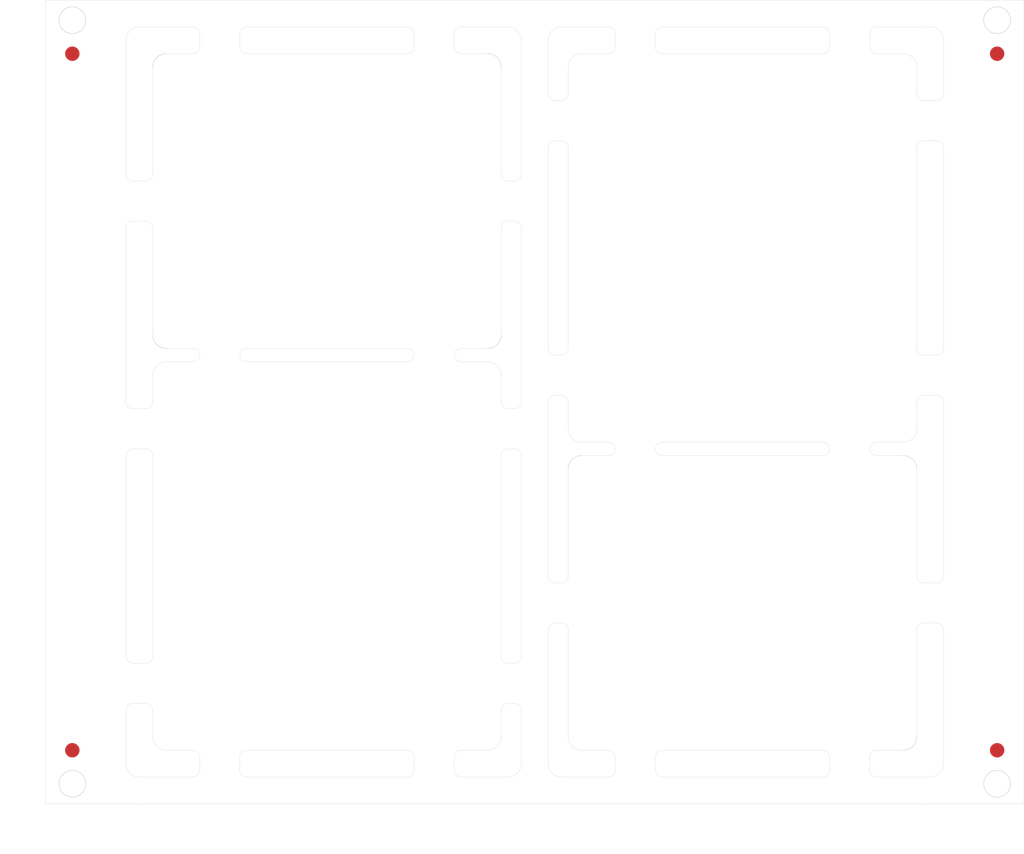
<source format=kicad_pcb>
(kicad_pcb (version 20210228) (generator pcbnew)
  (layers (0 "F.Cu" signal) (31 "B.Cu" signal) (34 "B.Paste" user) (35 "F.Paste" user) (36 "B.SilkS" user "B.Silkscreen") (37 "F.SilkS" user "F.Silkscreen") (38 "B.Mask" user) (39 "F.Mask" user) (44 "Edge.Cuts" user))
  (net 0 "")
  (footprint "CustomFootprints:0.8mm-Drill" (layer "F.Cu") (at 188.468 146.304 90)
    (fp_text reference "REF**" hide)
    (fp_text value "0.8mm-Drill" hide)
  )
  (footprint "CustomFootprints:0.8mm-Drill" (layer "F.Cu") (at 94.996 40.132)
    (fp_text reference "REF**" hide)
    (fp_text value "0.8mm-Drill" hide)
  )
  (footprint "CustomFootprints:0.8mm-Drill" (layer "F.Cu") (at 97.028 97.028)
    (fp_text reference "REF**" hide)
    (fp_text value "0.8mm-Drill" hide)
  )
  (footprint "" (layer "F.Cu") (at 190.5 33.02)
    (fp_text reference "")
    (fp_text value "")
  )
  (footprint "CustomFootprints:0.8mm-Drill" (layer "F.Cu") (at 38.608 109.22 90)
    (fp_text reference "REF**" hide)
    (fp_text value "0.8mm-Drill" hide)
  )
  (footprint "CustomFootprints:0.8mm-Drill" (layer "F.Cu") (at 118.618 101.092 90)
    (fp_text reference "REF**" hide)
    (fp_text value "0.8mm-Drill" hide)
  )
  (footprint "CustomFootprints:0.8mm-Drill" (layer "F.Cu") (at 121.412 141.224 90)
    (fp_text reference "REF**" hide)
    (fp_text value "0.8mm-Drill" hide)
  )
  (footprint "CustomFootprints:0.8mm-Drill" (layer "F.Cu") (at 112.522 156.464 90)
    (fp_text reference "REF**" hide)
    (fp_text value "0.8mm-Drill" hide)
  )
  (footprint "CustomFootprints:0.8mm-Drill" (layer "F.Cu") (at 118.618 143.256 90)
    (fp_text reference "REF**" hide)
    (fp_text value "0.8mm-Drill" hide)
  )
  (footprint "CustomFootprints:0.8mm-Drill" (layer "F.Cu") (at 109.728 110.236 90)
    (fp_text reference "REF**" hide)
    (fp_text value "0.8mm-Drill" hide)
  )
  (footprint "CustomFootprints:0.8mm-Drill" (layer "F.Cu") (at 59.436 177.292)
    (fp_text reference "REF**" hide)
    (fp_text value "0.8mm-Drill" hide)
  )
  (footprint "CustomFootprints:0.8mm-Drill" (layer "F.Cu") (at 58.42 36.068)
    (fp_text reference "REF**" hide)
    (fp_text value "0.8mm-Drill" hide)
  )
  (footprint "CustomFootprints:0.8mm-Drill" (layer "F.Cu") (at 133.096 116.332)
    (fp_text reference "REF**" hide)
    (fp_text value "0.8mm-Drill" hide)
  )
  (footprint "CustomFootprints:0.8mm-Drill" (layer "F.Cu") (at 121.412 145.288 90)
    (fp_text reference "REF**" hide)
    (fp_text value "0.8mm-Drill" hide)
  )
  (footprint "CustomFootprints:0.8mm-Drill" (layer "F.Cu") (at 109.728 69.088 90)
    (fp_text reference "REF**" hide)
    (fp_text value "0.8mm-Drill" hide)
  )
  (footprint "CustomFootprints:0.8mm-Drill" (layer "F.Cu") (at 188.468 55.88 90)
    (fp_text reference "REF**" hide)
    (fp_text value "0.8mm-Drill" hide)
  )
  (footprint "CustomFootprints:0.8mm-Drill" (layer "F.Cu") (at 100.076 173.228)
    (fp_text reference "REF**" hide)
    (fp_text value "0.8mm-Drill" hide)
  )
  (footprint "CustomFootprints:0.8mm-Drill" (layer "F.Cu") (at 121.412 99.06 90)
    (fp_text reference "REF**" hide)
    (fp_text value "0.8mm-Drill" hide)
  )
  (footprint "CustomFootprints:0.8mm-Drill" (layer "F.Cu") (at 38.608 160.528 90)
    (fp_text reference "REF**" hide)
    (fp_text value "0.8mm-Drill" hide)
  )
  (footprint "CustomFootprints:0.8mm-Drill" (layer "F.Cu") (at 93.98 177.292)
    (fp_text reference "REF**" hide)
    (fp_text value "0.8mm-Drill" hide)
  )
  (footprint "CustomFootprints:0.8mm-Drill" (layer "F.Cu") (at 192.532 52.832 90)
    (fp_text reference "REF**" hide)
    (fp_text value "0.8mm-Drill" hide)
  )
  (footprint "CustomFootprints:0.8mm-Drill" (layer "F.Cu") (at 177.8 116.332)
    (fp_text reference "REF**" hide)
    (fp_text value "0.8mm-Drill" hide)
  )
  (footprint "CustomFootprints:0.8mm-Drill" (layer "F.Cu") (at 112.522 69.088 90)
    (fp_text reference "REF**" hide)
    (fp_text value "0.8mm-Drill" hide)
  )
  (footprint "CustomFootprints:0.8mm-Drill" (layer "F.Cu") (at 188.468 143.256 90)
    (fp_text reference "REF**" hide)
    (fp_text value "0.8mm-Drill" hide)
  )
  (footprint "CustomFootprints:0.8mm-Drill" (layer "F.Cu") (at 137.16 36.068)
    (fp_text reference "REF**" hide)
    (fp_text value "0.8mm-Drill" hide)
  )
  (footprint "CustomFootprints:0.8mm-Drill" (layer "F.Cu") (at 132.08 36.068)
    (fp_text reference "REF**" hide)
    (fp_text value "0.8mm-Drill" hide)
  )
  (footprint "CustomFootprints:0.8mm-Drill" (layer "F.Cu") (at 55.372 177.292)
    (fp_text reference "REF**" hide)
    (fp_text value "0.8mm-Drill" hide)
  )
  (footprint "CustomFootprints:0.8mm-Drill" (layer "F.Cu") (at 109.728 109.22 90)
    (fp_text reference "REF**" hide)
    (fp_text value "0.8mm-Drill" hide)
  )
  (footprint "CustomFootprints:0.8mm-Drill" (layer "F.Cu") (at 55.372 40.132)
    (fp_text reference "REF**" hide)
    (fp_text value "0.8mm-Drill" hide)
  )
  (footprint "CustomFootprints:0.8mm-Drill" (layer "F.Cu") (at 112.522 163.576 90)
    (fp_text reference "REF**" hide)
    (fp_text value "0.8mm-Drill" hide)
  )
  (footprint "CustomFootprints:0.8mm-Drill" (layer "F.Cu") (at 176.784 177.292)
    (fp_text reference "REF**" hide)
    (fp_text value "0.8mm-Drill" hide)
  )
  (footprint "CustomFootprints:0.8mm-Drill" (layer "F.Cu") (at 138.176 114.808)
    (fp_text reference "REF**" hide)
    (fp_text value "0.8mm-Drill" hide)
  )
  (footprint "" (layer "F.Cu") (at 190.5 34.036)
    (fp_text reference "")
    (fp_text value "")
  )
  (footprint "CustomFootprints:0.8mm-Drill" (layer "F.Cu") (at 192.532 144.272 90)
    (fp_text reference "REF**" hide)
    (fp_text value "0.8mm-Drill" hide)
  )
  (footprint "CustomFootprints:0.8mm-Drill" (layer "F.Cu") (at 138.176 36.068)
    (fp_text reference "REF**" hide)
    (fp_text value "0.8mm-Drill" hide)
  )
  (footprint "CustomFootprints:0.8mm-Drill" (layer "F.Cu") (at 109.728 160.528 90)
    (fp_text reference "REF**" hide)
    (fp_text value "0.8mm-Drill" hide)
  )
  (footprint "" (layer "F.Cu") (at 190.5 181.356)
    (fp_text reference "")
    (fp_text value "")
  )
  (footprint "CustomFootprints:0.8mm-Drill" (layer "F.Cu") (at 55.372 173.228)
    (fp_text reference "REF**" hide)
    (fp_text value "0.8mm-Drill" hide)
  )
  (footprint "CustomFootprints:0.8mm-Drill" (layer "F.Cu") (at 174.752 173.228)
    (fp_text reference "REF**" hide)
    (fp_text value "0.8mm-Drill" hide)
  )
  (footprint "CustomFootprints:0.8mm-Drill" (layer "F.Cu") (at 118.618 55.88 90)
    (fp_text reference "REF**" hide)
    (fp_text value "0.8mm-Drill" hide)
  )
  (footprint "CustomFootprints:0.8mm-Drill" (layer "F.Cu") (at 93.98 98.552)
    (fp_text reference "REF**" hide)
    (fp_text value "0.8mm-Drill" hide)
  )
  (footprint "CustomFootprints:0.8mm-Drill" (layer "F.Cu") (at 59.436 173.228)
    (fp_text reference "REF**" hide)
    (fp_text value "0.8mm-Drill" hide)
  )
  (footprint "CustomFootprints:0.8mm-Drill" (layer "F.Cu") (at 131.064 177.292)
    (fp_text reference "REF**" hide)
    (fp_text value "0.8mm-Drill" hide)
  )
  (footprint "CustomFootprints:0.8mm-Drill" (layer "F.Cu") (at 112.522 72.136 90)
    (fp_text reference "REF**" hide)
    (fp_text value "0.8mm-Drill" hide)
  )
  (footprint "CustomFootprints:0.8mm-Drill" (layer "F.Cu") (at 53.34 173.228)
    (fp_text reference "REF**" hide)
    (fp_text value "0.8mm-Drill" hide)
  )
  (footprint "CustomFootprints:0.8mm-Drill" (layer "F.Cu") (at 132.08 116.332)
    (fp_text reference "REF**" hide)
    (fp_text value "0.8mm-Drill" hide)
  )
  (footprint "CustomFootprints:0.8mm-Drill" (layer "F.Cu") (at 109.728 112.268 90)
    (fp_text reference "REF**" hide)
    (fp_text value "0.8mm-Drill" hide)
  )
  (footprint "CustomFootprints:0.8mm-Drill" (layer "F.Cu") (at 136.144 177.292)
    (fp_text reference "REF**" hide)
    (fp_text value "0.8mm-Drill" hide)
  )
  (footprint "CustomFootprints:0.8mm-Drill" (layer "F.Cu") (at 121.412 53.848 90)
    (fp_text reference "REF**" hide)
    (fp_text value "0.8mm-Drill" hide)
  )
  (footprint "CustomFootprints:0.8mm-Drill" (layer "F.Cu") (at 131.064 116.332)
    (fp_text reference "REF**" hide)
    (fp_text value "0.8mm-Drill" hide)
  )
  (footprint "CustomFootprints:0.8mm-Drill" (layer "F.Cu") (at 59.436 36.068)
    (fp_text reference "REF**" hide)
    (fp_text value "0.8mm-Drill" hide)
  )
  (footprint "CustomFootprints:0.8mm-Drill" (layer "F.Cu") (at 133.096 173.228)
    (fp_text reference "REF**" hide)
    (fp_text value "0.8mm-Drill" hide)
  )
  (footprint "CustomFootprints:0.8mm-Drill" (layer "F.Cu") (at 188.468 141.224 90)
    (fp_text reference "REF**" hide)
    (fp_text value "0.8mm-Drill" hide)
  )
  (footprint "CustomFootprints:0.8mm-Drill" (layer "F.Cu") (at 171.704 173.228)
    (fp_text reference "REF**" hide)
    (fp_text value "0.8mm-Drill" hide)
  )
  (footprint "CustomFootprints:0.8mm-Drill" (layer "F.Cu") (at 112.522 157.48 90)
    (fp_text reference "REF**" hide)
    (fp_text value "0.8mm-Drill" hide)
  )
  (footprint "CustomFootprints:0.8mm-Drill" (layer "F.Cu") (at 188.468 50.8 90)
    (fp_text reference "REF**" hide)
    (fp_text value "0.8mm-Drill" hide)
  )
  (footprint "CustomFootprints:0.8mm-Drill" (layer "F.Cu") (at 121.412 55.88 90)
    (fp_text reference "REF**" hide)
    (fp_text value "0.8mm-Drill" hide)
  )
  (footprint "CustomFootprints:0.8mm-Drill" (layer "F.Cu") (at 175.768 114.808)
    (fp_text reference "REF**" hide)
    (fp_text value "0.8mm-Drill" hide)
  )
  (footprint "CustomFootprints:0.8mm-Drill" (layer "F.Cu") (at 109.728 159.512 90)
    (fp_text reference "REF**" hide)
    (fp_text value "0.8mm-Drill" hide)
  )
  (footprint "CustomFootprints:0.8mm-Drill" (layer "F.Cu") (at 109.728 157.48 90)
    (fp_text reference "REF**" hide)
    (fp_text value "0.8mm-Drill" hide)
  )
  (footprint "CustomFootprints:0.8mm-Drill" (layer "F.Cu") (at 55.372 36.068)
    (fp_text reference "REF**" hide)
    (fp_text value "0.8mm-Drill" hide)
  )
  (footprint "CustomFootprints:0.8mm-Drill" (layer "F.Cu") (at 109.728 71.12 90)
    (fp_text reference "REF**" hide)
    (fp_text value "0.8mm-Drill" hide)
  )
  (footprint "CustomFootprints:0.8mm-Drill" (layer "F.Cu") (at 192.532 142.24 90)
    (fp_text reference "REF**" hide)
    (fp_text value "0.8mm-Drill" hide)
  )
  (footprint "CustomFootprints:0.8mm-Drill" (layer "F.Cu") (at 42.672 68.072 90)
    (fp_text reference "REF**" hide)
    (fp_text value "0.8mm-Drill" hide)
  )
  (footprint "" (layer "F.Cu") (at 190.5 178.308)
    (fp_text reference "")
    (fp_text value "")
  )
  (footprint "CustomFootprints:0.8mm-Drill" (layer "F.Cu") (at 178.816 177.292)
    (fp_text reference "REF**" hide)
    (fp_text value "0.8mm-Drill" hide)
  )
  (footprint "CustomFootprints:0.8mm-Drill" (layer "F.Cu") (at 96.012 97.028)
    (fp_text reference "REF**" hide)
    (fp_text value "0.8mm-Drill" hide)
  )
  (footprint "CustomFootprints:0.8mm-Drill" (layer "F.Cu") (at 188.468 53.848 90)
    (fp_text reference "REF**" hide)
    (fp_text value "0.8mm-Drill" hide)
  )
  (footprint "CustomFootprints:0.8mm-Drill" (layer "F.Cu") (at 42.672 113.284 90)
    (fp_text reference "REF**" hide)
    (fp_text value "0.8mm-Drill" hide)
  )
  (footprint "CustomFootprints:0.8mm-Drill" (layer "F.Cu") (at 174.752 114.808)
    (fp_text reference "REF**" hide)
    (fp_text value "0.8mm-Drill" hide)
  )
  (footprint "CustomFootprints:0.8mm-Drill" (layer "F.Cu") (at 38.608 156.464 90)
    (fp_text reference "REF**" hide)
    (fp_text value "0.8mm-Drill" hide)
  )
  (footprint "CustomFootprints:0.8mm-Drill" (layer "F.Cu") (at 100.076 98.552)
    (fp_text reference "REF**" hide)
    (fp_text value "0.8mm-Drill" hide)
  )
  (footprint "CustomFootprints:0.8mm-Drill" (layer "F.Cu") (at 109.728 68.072 90)
    (fp_text reference "REF**" hide)
    (fp_text value "0.8mm-Drill" hide)
  )
  (footprint "" (layer "F.Cu") (at 190.5 182.372)
    (fp_text reference "")
    (fp_text value "")
  )
  (footprint "CustomFootprints:0.8mm-Drill" (layer "F.Cu") (at 121.412 50.8 90)
    (fp_text reference "REF**" hide)
    (fp_text value "0.8mm-Drill" hide)
  )
  (footprint "CustomFootprints:0.8mm-Drill" (layer "F.Cu") (at 56.388 177.292)
    (fp_text reference "REF**" hide)
    (fp_text value "0.8mm-Drill" hide)
  )
  (footprint "CustomFootprints:0.8mm-Drill" (layer "F.Cu") (at 52.324 177.292)
    (fp_text reference "REF**" hide)
    (fp_text value "0.8mm-Drill" hide)
  )
  (footprint "CustomFootprints:0.8mm-Drill" (layer "F.Cu") (at 38.608 67.056 90)
    (fp_text reference "REF**" hide)
    (fp_text value "0.8mm-Drill" hide)
  )
  (footprint "CustomFootprints:0.8mm-Drill" (layer "F.Cu") (at 118.618 103.124 90)
    (fp_text reference "REF**" hide)
    (fp_text value "0.8mm-Drill" hide)
  )
  (footprint "" (layer "F.Cu") (at 40.64 181.356)
    (fp_text reference "")
    (fp_text value "")
  )
  (footprint "CustomFootprints:0.8mm-Drill" (layer "F.Cu") (at 132.08 40.132)
    (fp_text reference "REF**" hide)
    (fp_text value "0.8mm-Drill" hide)
  )
  (footprint "CustomFootprints:0.8mm-Drill" (layer "F.Cu") (at 53.34 40.132)
    (fp_text reference "REF**" hide)
    (fp_text value "0.8mm-Drill" hide)
  )
  (footprint "CustomFootprints:0.8mm-Drill" (layer "F.Cu") (at 176.784 40.132)
    (fp_text reference "REF**" hide)
    (fp_text value "0.8mm-Drill" hide)
  )
  (footprint "CustomFootprints:0.8mm-Drill" (layer "F.Cu") (at 109.728 163.576 90)
    (fp_text reference "REF**" hide)
    (fp_text value "0.8mm-Drill" hide)
  )
  (footprint "CustomFootprints:0.8mm-Drill" (layer "F.Cu") (at 112.522 71.12 90)
    (fp_text reference "REF**" hide)
    (fp_text value "0.8mm-Drill" hide)
  )
  (footprint "" (layer "F.Cu") (at 40.64 34.036)
    (fp_text reference "")
    (fp_text value "")
  )
  (footprint "CustomFootprints:0.8mm-Drill" (layer "F.Cu") (at 112.522 70.104 90)
    (fp_text reference "REF**" hide)
    (fp_text value "0.8mm-Drill" hide)
  )
  (footprint "CustomFootprints:0.8mm-Drill" (layer "F.Cu") (at 121.412 100.076 90)
    (fp_text reference "REF**" hide)
    (fp_text value "0.8mm-Drill" hide)
  )
  (footprint "CustomFootprints:0.8mm-Drill" (layer "F.Cu") (at 118.618 148.336 90)
    (fp_text reference "REF**" hide)
    (fp_text value "0.8mm-Drill" hide)
  )
  (footprint "CustomFootprints:0.8mm-Drill" (layer "F.Cu") (at 109.728 65.024 90)
    (fp_text reference "REF**" hide)
    (fp_text value "0.8mm-Drill" hide)
  )
  (footprint "CustomFootprints:0.8mm-Drill" (layer "F.Cu") (at 58.42 97.028)
    (fp_text reference "REF**" hide)
    (fp_text value "0.8mm-Drill" hide)
  )
  (footprint "CustomFootprints:0.8mm-Drill" (layer "F.Cu") (at 92.964 98.552)
    (fp_text reference "REF**" hide)
    (fp_text value "0.8mm-Drill" hide)
  )
  (footprint "CustomFootprints:0.8mm-Drill" (layer "F.Cu") (at 54.356 173.228)
    (fp_text reference "REF**" hide)
    (fp_text value "0.8mm-Drill" hide)
  )
  (footprint "CustomFootprints:0.8mm-Drill" (layer "F.Cu") (at 94.996 173.228)
    (fp_text reference "REF**" hide)
    (fp_text value "0.8mm-Drill" hide)
  )
  (footprint "CustomFootprints:0.8mm-Drill" (layer "F.Cu") (at 178.816 40.132)
    (fp_text reference "REF**" hide)
    (fp_text value "0.8mm-Drill" hide)
  )
  (footprint "CustomFootprints:0.8mm-Drill" (layer "F.Cu") (at 57.404 40.132)
    (fp_text reference "REF**" hide)
    (fp_text value "0.8mm-Drill" hide)
  )
  (footprint "CustomFootprints:0.8mm-Drill" (layer "F.Cu") (at 38.608 112.268 90)
    (fp_text reference "REF**" hide)
    (fp_text value "0.8mm-Drill" hide)
  )
  (footprint "CustomFootprints:0.8mm-Drill" (layer "F.Cu") (at 93.98 173.228)
    (fp_text reference "REF**" hide)
    (fp_text value "0.8mm-Drill" hide)
  )
  (footprint "CustomFootprints:0.8mm-Drill" (layer "F.Cu") (at 58.42 98.552)
    (fp_text reference "REF**" hide)
    (fp_text value "0.8mm-Drill" hide)
  )
  (footprint "CustomFootprints:0.8mm-Drill" (layer "F.Cu") (at 42.672 65.024 90)
    (fp_text reference "REF**" hide)
    (fp_text value "0.8mm-Drill" hide)
  )
  (footprint "CustomFootprints:0.8mm-Drill" (layer "F.Cu") (at 112.522 66.04 90)
    (fp_text reference "REF**" hide)
    (fp_text value "0.8mm-Drill" hide)
  )
  (footprint "CustomFootprints:0.8mm-Drill" (layer "F.Cu") (at 112.522 115.316 90)
    (fp_text reference "REF**" hide)
    (fp_text value "0.8mm-Drill" hide)
  )
  (footprint "CustomFootprints:0.8mm-Drill" (layer "F.Cu") (at 118.618 100.076 90)
    (fp_text reference "REF**" hide)
    (fp_text value "0.8mm-Drill" hide)
  )
  (footprint "CustomFootprints:0.8mm-Drill" (layer "F.Cu") (at 42.672 160.528 90)
    (fp_text reference "REF**" hide)
    (fp_text value "0.8mm-Drill" hide)
  )
  (footprint "CustomFootprints:0.8mm-Drill" (layer "F.Cu") (at 118.618 56.896 90)
    (fp_text reference "REF**" hide)
    (fp_text value "0.8mm-Drill" hide)
  )
  (footprint "CustomFootprints:0.8mm-Drill" (layer "F.Cu") (at 121.412 148.336 90)
    (fp_text reference "REF**" hide)
    (fp_text value "0.8mm-Drill" hide)
  )
  (footprint "CustomFootprints:0.8mm-Drill" (layer "F.Cu") (at 172.72 116.332)
    (fp_text reference "REF**" hide)
    (fp_text value "0.8mm-Drill" hide)
  )
  (footprint "CustomFootprints:0.8mm-Drill" (layer "F.Cu") (at 178.816 173.228)
    (fp_text reference "REF**" hide)
    (fp_text value "0.8mm-Drill" hide)
  )
  (footprint "CustomFootprints:0.8mm-Drill" (layer "F.Cu") (at 135.128 40.132)
    (fp_text reference "REF**" hide)
    (fp_text value "0.8mm-Drill" hide)
  )
  (footprint "CustomFootprints:0.8mm-Drill" (layer "F.Cu") (at 133.096 40.132)
    (fp_text reference "REF**" hide)
    (fp_text value "0.8mm-Drill" hide)
  )
  (footprint "CustomFootprints:0.8mm-Drill" (layer "F.Cu") (at 132.08 114.808)
    (fp_text reference "REF**" hide)
    (fp_text value "0.8mm-Drill" hide)
  )
  (footprint "CustomFootprints:0.8mm-Drill" (layer "F.Cu") (at 100.076 97.028)
    (fp_text reference "REF**" hide)
    (fp_text value "0.8mm-Drill" hide)
  )
  (footprint "CustomFootprints:0.8mm-Drill" (layer "F.Cu") (at 192.532 49.784 90)
    (fp_text reference "REF**" hide)
    (fp_text value "0.8mm-Drill" hide)
  )
  (footprint "CustomFootprints:0.8mm-Drill" (layer "F.Cu") (at 192.532 99.06 90)
    (fp_text reference "REF**" hide)
    (fp_text value "0.8mm-Drill" hide)
  )
  (footprint "CustomFootprints:0.8mm-Drill" (layer "F.Cu") (at 132.08 173.228)
    (fp_text reference "REF**" hide)
    (fp_text value "0.8mm-Drill" hide)
  )
  (footprint "CustomFootprints:0.8mm-Drill" (layer "F.Cu") (at 134.112 177.292)
    (fp_text reference "REF**" hide)
    (fp_text value "0.8mm-Drill" hide)
  )
  (footprint "CustomFootprints:0.8mm-Drill" (layer "F.Cu") (at 96.012 173.228)
    (fp_text reference "REF**" hide)
    (fp_text value "0.8mm-Drill" hide)
  )
  (footprint "CustomFootprints:0.8mm-Drill" (layer "F.Cu") (at 42.672 114.3 90)
    (fp_text reference "REF**" hide)
    (fp_text value "0.8mm-Drill" hide)
  )
  (footprint "CustomFootprints:0.8mm-Drill" (layer "F.Cu") (at 100.076 40.132)
    (fp_text reference "REF**" hide)
    (fp_text value "0.8mm-Drill" hide)
  )
  (footprint "CustomFootprints:0.8mm-Drill" (layer "F.Cu") (at 121.412 142.24 90)
    (fp_text reference "REF**" hide)
    (fp_text value "0.8mm-Drill" hide)
  )
  (footprint "CustomFootprints:0.8mm-Drill" (layer "F.Cu") (at 112.522 67.056 90)
    (fp_text reference "REF**" hide)
    (fp_text value "0.8mm-Drill" hide)
  )
  (footprint "CustomFootprints:0.8mm-Drill" (layer "F.Cu") (at 136.144 173.228)
    (fp_text reference "REF**" hide)
    (fp_text value "0.8mm-Drill" hide)
  )
  (footprint "CustomFootprints:0.8mm-Drill" (layer "F.Cu") (at 175.768 173.228)
    (fp_text reference "REF**" hide)
    (fp_text value "0.8mm-Drill" hide)
  )
  (footprint "CustomFootprints:0.8mm-Drill" (layer "F.Cu") (at 92.964 173.228)
    (fp_text reference "REF**" hide)
    (fp_text value "0.8mm-Drill" hide)
  )
  (footprint "CustomFootprints:0.8mm-Drill" (layer "F.Cu") (at 192.532 148.336 90)
    (fp_text reference "REF**" hide)
    (fp_text value "0.8mm-Drill" hide)
  )
  (footprint "CustomFootprints:0.8mm-Drill" (layer "F.Cu") (at 112.522 161.544 90)
    (fp_text reference "REF**" hide)
    (fp_text value "0.8mm-Drill" hide)
  )
  (footprint "CustomFootprints:0.8mm-Drill" (layer "F.Cu") (at 58.42 173.228)
    (fp_text reference "REF**" hide)
    (fp_text value "0.8mm-Drill" hide)
  )
  (footprint "CustomFootprints:0.8mm-Drill" (layer "F.Cu") (at 97.028 98.552)
    (fp_text reference "REF**" hide)
    (fp_text value "0.8mm-Drill" hide)
  )
  (footprint "CustomFootprints:0.8mm-Drill" (layer "F.Cu") (at 137.16 114.808)
    (fp_text reference "REF**" hide)
    (fp_text value "0.8mm-Drill" hide)
  )
  (footprint "CustomFootprints:0.8mm-Drill" (layer "F.Cu") (at 134.112 173.228)
    (fp_text reference "REF**" hide)
    (fp_text value "0.8mm-Drill" hide)
  )
  (footprint "CustomFootprints:0.8mm-Drill" (layer "F.Cu") (at 118.618 51.816 90)
    (fp_text reference "REF**" hide)
    (fp_text value "0.8mm-Drill" hide)
  )
  (footprint "CustomFootprints:0.8mm-Drill" (layer "F.Cu") (at 118.618 104.14 90)
    (fp_text reference "REF**" hide)
    (fp_text value "0.8mm-Drill" hide)
  )
  (footprint "CustomFootprints:0.8mm-Drill" (layer "F.Cu") (at 54.356 40.132)
    (fp_text reference "REF**" hide)
    (fp_text value "0.8mm-Drill" hide)
  )
  (footprint "CustomFootprints:0.8mm-Drill" (layer "F.Cu") (at 188.468 147.32 90)
    (fp_text reference "REF**" hide)
    (fp_text value "0.8mm-Drill" hide)
  )
  (footprint "CustomFootprints:0.8mm-Drill" (layer "F.Cu") (at 192.532 54.864 90)
    (fp_text reference "REF**" hide)
    (fp_text value "0.8mm-Drill" hide)
  )
  (footprint "CustomFootprints:0.8mm-Drill" (layer "F.Cu") (at 118.618 145.288 90)
    (fp_text reference "REF**" hide)
    (fp_text value "0.8mm-Drill" hide)
  )
  (footprint "CustomFootprints:0.8mm-Drill" (layer "F.Cu") (at 97.028 40.132)
    (fp_text reference "REF**" hide)
    (fp_text value "0.8mm-Drill" hide)
  )
  (footprint "CustomFootprints:0.8mm-Drill" (layer "F.Cu") (at 98.044 97.028)
    (fp_text reference "REF**" hide)
    (fp_text value "0.8mm-Drill" hide)
  )
  (footprint "CustomFootprints:0.8mm-Drill" (layer "F.Cu") (at 97.028 36.068)
    (fp_text reference "REF**" hide)
    (fp_text value "0.8mm-Drill" hide)
  )
  (footprint "CustomFootprints:0.8mm-Drill" (layer "F.Cu") (at 96.012 177.292)
    (fp_text reference "REF**" hide)
    (fp_text value "0.8mm-Drill" hide)
  )
  (footprint "CustomFootprints:0.8mm-Drill" (layer "F.Cu") (at 55.372 98.552)
    (fp_text reference "REF**" hide)
    (fp_text value "0.8mm-Drill" hide)
  )
  (footprint "CustomFootprints:0.8mm-Drill" (layer "F.Cu") (at 175.768 177.292)
    (fp_text reference "REF**" hide)
    (fp_text value "0.8mm-Drill" hide)
  )
  (footprint "CustomFootprints:0.8mm-Drill" (layer "F.Cu") (at 112.522 113.284 90)
    (fp_text reference "REF**" hide)
    (fp_text value "0.8mm-Drill" hide)
  )
  (footprint "CustomFootprints:0.8mm-Drill" (layer "F.Cu") (at 42.672 156.464 90)
    (fp_text reference "REF**" hide)
    (fp_text value "0.8mm-Drill" hide)
  )
  (footprint "CustomFootprints:0.8mm-Drill" (layer "F.Cu") (at 118.618 54.864 90)
    (fp_text reference "REF**" hide)
    (fp_text value "0.8mm-Drill" hide)
  )
  (footprint "CustomFootprints:0.8mm-Drill" (layer "F.Cu") (at 92.964 40.132)
    (fp_text reference "REF**" hide)
    (fp_text value "0.8mm-Drill" hide)
  )
  (footprint "CustomFootprints:0.8mm-Drill" (layer "F.Cu") (at 38.608 108.204 90)
    (fp_text reference "REF**" hide)
    (fp_text value "0.8mm-Drill" hide)
  )
  (footprint "CustomFootprints:0.8mm-Drill" (layer "F.Cu") (at 136.144 36.068)
    (fp_text reference "REF**" hide)
    (fp_text value "0.8mm-Drill" hide)
  )
  (footprint "CustomFootprints:0.8mm-Drill" (layer "F.Cu") (at 98.044 173.228)
    (fp_text reference "REF**" hide)
    (fp_text value "0.8mm-Drill" hide)
  )
  (footprint "" (layer "F.Cu") (at 190.5 35.052)
    (fp_text reference "")
    (fp_text value "")
  )
  (footprint "CustomFootprints:0.8mm-Drill" (layer "F.Cu") (at 96.012 36.068)
    (fp_text reference "REF**" hide)
    (fp_text value "0.8mm-Drill" hide)
  )
  (footprint "" (layer "F.Cu") (at 40.64 32.004)
    (fp_text reference "")
    (fp_text value "")
  )
  (footprint "CustomFootprints:0.8mm-Drill" (layer "F.Cu") (at 92.964 97.028)
    (fp_text reference "REF**" hide)
    (fp_text value "0.8mm-Drill" hide)
  )
  (footprint "CustomFootprints:0.8mm-Drill" (layer "F.Cu") (at 97.028 177.292)
    (fp_text reference "REF**" hide)
    (fp_text value "0.8mm-Drill" hide)
  )
  (footprint "CustomFootprints:0.8mm-Drill" (layer "F.Cu") (at 109.728 108.204 90)
    (fp_text reference "REF**" hide)
    (fp_text value "0.8mm-Drill" hide)
  )
  (footprint "CustomFootprints:0.8mm-Drill" (layer "F.Cu") (at 53.34 177.292)
    (fp_text reference "REF**" hide)
    (fp_text value "0.8mm-Drill" hide)
  )
  (footprint "CustomFootprints:0.8mm-Drill" (layer "F.Cu") (at 134.112 116.332)
    (fp_text reference "REF**" hide)
    (fp_text value "0.8mm-Drill" hide)
  )
  (footprint "CustomFootprints:0.8mm-Drill" (layer "F.Cu") (at 173.736 173.228)
    (fp_text reference "REF**" hide)
    (fp_text value "0.8mm-Drill" hide)
  )
  (footprint "CustomFootprints:0.8mm-Drill" (layer "F.Cu") (at 177.8 177.292)
    (fp_text reference "REF**" hide)
    (fp_text value "0.8mm-Drill" hide)
  )
  (footprint "CustomFootprints:0.8mm-Drill" (layer "F.Cu") (at 134.112 114.808)
    (fp_text reference "REF**" hide)
    (fp_text value "0.8mm-Drill" hide)
  )
  (footprint "CustomFootprints:0.8mm-Drill" (layer "F.Cu") (at 134.112 36.068)
    (fp_text reference "REF**" hide)
    (fp_text value "0.8mm-Drill" hide)
  )
  (footprint "CustomFootprints:0.8mm-Drill" (layer "F.Cu") (at 137.16 173.228)
    (fp_text reference "REF**" hide)
    (fp_text value "0.8mm-Drill" hide)
  )
  (footprint "CustomFootprints:0.8mm-Drill" (layer "F.Cu") (at 136.144 114.808)
    (fp_text reference "REF**" hide)
    (fp_text value "0.8mm-Drill" hide)
  )
  (footprint "CustomFootprints:0.8mm-Drill" (layer "F.Cu") (at 98.044 36.068)
    (fp_text reference "REF**" hide)
    (fp_text value "0.8mm-Drill" hide)
  )
  (footprint "CustomFootprints:0.8mm-Drill" (layer "F.Cu") (at 42.672 159.512 90)
    (fp_text reference "REF**" hide)
    (fp_text value "0.8mm-Drill" hide)
  )
  (footprint "CustomFootprints:0.8mm-Drill" (layer "F.Cu") (at 192.532 56.896 90)
    (fp_text reference "REF**" hide)
    (fp_text value "0.8mm-Drill" hide)
  )
  (footprint "CustomFootprints:0.8mm-Drill" (layer "F.Cu") (at 172.72 177.292)
    (fp_text reference "REF**" hide)
    (fp_text value "0.8mm-Drill" hide)
  )
  (footprint "CustomFootprints:0.8mm-Drill" (layer "F.Cu") (at 94.996 98.552)
    (fp_text reference "REF**" hide)
    (fp_text value "0.8mm-Drill" hide)
  )
  (footprint "CustomFootprints:0.8mm-Drill" (layer "F.Cu") (at 121.412 102.108 90)
    (fp_text reference "REF**" hide)
    (fp_text value "0.8mm-Drill" hide)
  )
  (footprint "CustomFootprints:0.8mm-Drill" (layer "F.Cu") (at 112.522 158.496 90)
    (fp_text reference "REF**" hide)
    (fp_text value "0.8mm-Drill" hide)
  )
  (footprint "CustomFootprints:0.8mm-Drill" (layer "F.Cu") (at 99.06 97.028)
    (fp_text reference "REF**" hide)
    (fp_text value "0.8mm-Drill" hide)
  )
  (footprint "CustomFootprints:0.8mm-Drill" (layer "F.Cu") (at 188.468 56.896 90)
    (fp_text reference "REF**" hide)
    (fp_text value "0.8mm-Drill" hide)
  )
  (footprint "CustomFootprints:0.8mm-Drill" (layer "F.Cu") (at 38.608 65.024 90)
    (fp_text reference "REF**" hide)
    (fp_text value "0.8mm-Drill" hide)
  )
  (footprint "CustomFootprints:0.8mm-Drill" (layer "F.Cu") (at 54.356 97.028)
    (fp_text reference "REF**" hide)
    (fp_text value "0.8mm-Drill" hide)
  )
  (footprint "CustomFootprints:0.8mm-Drill" (layer "F.Cu") (at 56.388 173.228)
    (fp_text reference "REF**" hide)
    (fp_text value "0.8mm-Drill" hide)
  )
  (footprint "CustomFootprints:0.8mm-Drill" (layer "F.Cu") (at 188.468 148.336 90)
    (fp_text reference "REF**" hide)
    (fp_text value "0.8mm-Drill" hide)
  )
  (footprint "CustomFootprints:0.8mm-Drill" (layer "F.Cu") (at 92.964 36.068)
    (fp_text reference "REF**" hide)
    (fp_text value "0.8mm-Drill" hide)
  )
  (footprint "CustomFootprints:0.8mm-Drill" (layer "F.Cu") (at 109.728 67.056 90)
    (fp_text reference "REF**" hide)
    (fp_text value "0.8mm-Drill" hide)
  )
  (footprint "CustomFootprints:0.8mm-Drill" (layer "F.Cu") (at 121.412 51.816 90)
    (fp_text reference "REF**" hide)
    (fp_text value "0.8mm-Drill" hide)
  )
  (footprint "CustomFootprints:0.8mm-Drill" (layer "F.Cu") (at 38.608 163.576 90)
    (fp_text reference "REF**" hide)
    (fp_text value "0.8mm-Drill" hide)
  )
  (footprint "CustomFootprints:0.8mm-Drill" (layer "F.Cu") (at 135.128 177.292)
    (fp_text reference "REF**" hide)
    (fp_text value "0.8mm-Drill" hide)
  )
  (footprint "CustomFootprints:0.8mm-Drill" (layer "F.Cu") (at 59.436 97.028)
    (fp_text reference "REF**" hide)
    (fp_text value "0.8mm-Drill" hide)
  )
  (footprint "CustomFootprints:0.8mm-Drill" (layer "F.Cu") (at 174.752 177.292)
    (fp_text reference "REF**" hide)
    (fp_text value "0.8mm-Drill" hide)
  )
  (footprint "CustomFootprints:0.8mm-Drill" (layer "F.Cu") (at 178.816 114.808)
    (fp_text reference "REF**" hide)
    (fp_text value "0.8mm-Drill" hide)
  )
  (footprint "CustomFootprints:0.8mm-Drill" (layer "F.Cu") (at 53.34 98.552)
    (fp_text reference "REF**" hide)
    (fp_text value "0.8mm-Drill" hide)
  )
  (footprint "CustomFootprints:0.8mm-Drill" (layer "F.Cu") (at 138.176 116.332)
    (fp_text reference "REF**" hide)
    (fp_text value "0.8mm-Drill" hide)
  )
  (footprint "CustomFootprints:0.8mm-Drill" (layer "F.Cu") (at 42.672 112.268 90)
    (fp_text reference "REF**" hide)
    (fp_text value "0.8mm-Drill" hide)
  )
  (footprint "CustomFootprints:0.8mm-Drill" (layer "F.Cu") (at 188.468 52.832 90)
    (fp_text reference "REF**" hide)
    (fp_text value "0.8mm-Drill" hide)
  )
  (footprint "CustomFootprints:0.8mm-Drill" (layer "F.Cu") (at 171.704 116.332)
    (fp_text reference "REF**" hide)
    (fp_text value "0.8mm-Drill" hide)
  )
  (footprint "CustomFootprints:0.8mm-Drill" (layer "F.Cu") (at 42.672 72.136 90)
    (fp_text reference "REF**" hide)
    (fp_text value "0.8mm-Drill" hide)
  )
  (footprint "CustomFootprints:0.8mm-Drill" (layer "F.Cu") (at 171.704 177.292)
    (fp_text reference "REF**" hide)
    (fp_text value "0.8mm-Drill" hide)
  )
  (footprint "CustomFootprints:0.8mm-Drill" (layer "F.Cu") (at 133.096 114.808)
    (fp_text reference "REF**" hide)
    (fp_text value "0.8mm-Drill" hide)
  )
  (footprint "CustomFootprints:0.8mm-Drill" (layer "F.Cu") (at 59.436 98.552)
    (fp_text reference "REF**" hide)
    (fp_text value "0.8mm-Drill" hide)
  )
  (footprint "CustomFootprints:0.8mm-Drill" (layer "F.Cu") (at 118.618 49.784 90)
    (fp_text reference "REF**" hide)
    (fp_text value "0.8mm-Drill" hide)
  )
  (footprint "CustomFootprints:0.8mm-Drill" (layer "F.Cu") (at 42.672 69.088 90)
    (fp_text reference "REF**" hide)
    (fp_text value "0.8mm-Drill" hide)
  )
  (footprint "CustomFootprints:0.8mm-Drill" (layer "F.Cu") (at 118.618 99.06 90)
    (fp_text reference "REF**" hide)
    (fp_text value "0.8mm-Drill" hide)
  )
  (footprint "CustomFootprints:0.8mm-Drill" (layer "F.Cu") (at 58.42 40.132)
    (fp_text reference "REF**" hide)
    (fp_text value "0.8mm-Drill" hide)
  )
  (footprint "CustomFootprints:0.8mm-Drill" (layer "F.Cu") (at 121.412 146.304 90)
    (fp_text reference "REF**" hide)
    (fp_text value "0.8mm-Drill" hide)
  )
  (footprint "CustomFootprints:0.8mm-Drill" (layer "F.Cu") (at 188.468 144.272 90)
    (fp_text reference "REF**" hide)
    (fp_text value "0.8mm-Drill" hide)
  )
  (footprint "CustomFootprints:0.8mm-Drill" (layer "F.Cu") (at 121.412 104.14 90)
    (fp_text reference "REF**" hide)
    (fp_text value "0.8mm-Drill" hide)
  )
  (footprint "CustomFootprints:0.8mm-Drill" (layer "F.Cu") (at 42.672 71.12 90)
    (fp_text reference "REF**" hide)
    (fp_text value "0.8mm-Drill" hide)
  )
  (footprint "CustomFootprints:0.8mm-Drill" (layer "F.Cu") (at 118.618 141.224 90)
    (fp_text reference "REF**" hide)
    (fp_text value "0.8mm-Drill" hide)
  )
  (footprint "CustomFootprints:0.8mm-Drill" (layer "F.Cu") (at 178.816 116.332)
    (fp_text reference "REF**" hide)
    (fp_text value "0.8mm-Drill" hide)
  )
  (footprint "" (layer "F.Cu") (at 190.5 180.34)
    (fp_text reference "")
    (fp_text value "")
  )
  (footprint "CustomFootprints:0.8mm-Drill" (layer "F.Cu") (at 93.98 40.132)
    (fp_text reference "REF**" hide)
    (fp_text value "0.8mm-Drill" hide)
  )
  (footprint "CustomFootprints:0.8mm-Drill" (layer "F.Cu") (at 100.076 177.292)
    (fp_text reference "REF**" hide)
    (fp_text value "0.8mm-Drill" hide)
  )
  (footprint "CustomFootprints:0.8mm-Drill" (layer "F.Cu") (at 138.176 173.228)
    (fp_text reference "REF**" hide)
    (fp_text value "0.8mm-Drill" hide)
  )
  (footprint "CustomFootprints:0.8mm-Drill" (layer "F.Cu") (at 192.532 143.256 90)
    (fp_text reference "REF**" hide)
    (fp_text value "0.8mm-Drill" hide)
  )
  (footprint "CustomFootprints:0.8mm-Drill" (layer "F.Cu") (at 173.736 177.292)
    (fp_text reference "REF**" hide)
    (fp_text value "0.8mm-Drill" hide)
  )
  (footprint "CustomFootprints:0.8mm-Drill" (layer "F.Cu") (at 171.704 114.808)
    (fp_text reference "REF**" hide)
    (fp_text value "0.8mm-Drill" hide)
  )
  (footprint "CustomFootprints:0.8mm-Drill" (layer "F.Cu") (at 92.964 177.292)
    (fp_text reference "REF**" hide)
    (fp_text value "0.8mm-Drill" hide)
  )
  (footprint "CustomFootprints:0.8mm-Drill" (layer "F.Cu") (at 192.532 98.044 90)
    (fp_text reference "REF**" hide)
    (fp_text value "0.8mm-Drill" hide)
  )
  (footprint "CustomFootprints:0.8mm-Drill" (layer "F.Cu") (at 131.064 114.808)
    (fp_text reference "REF**" hide)
    (fp_text value "0.8mm-Drill" hide)
  )
  (footprint "CustomFootprints:0.8mm-Drill" (layer "F.Cu") (at 42.672 157.48 90)
    (fp_text reference "REF**" hide)
    (fp_text value "0.8mm-Drill" hide)
  )
  (footprint "CustomFootprints:0.8mm-Drill" (layer "F.Cu") (at 38.608 68.072 90)
    (fp_text reference "REF**" hide)
    (fp_text value "0.8mm-Drill" hide)
  )
  (footprint "CustomFootprints:0.8mm-Drill" (layer "F.Cu") (at 94.996 97.028)
    (fp_text reference "REF**" hide)
    (fp_text value "0.8mm-Drill" hide)
  )
  (footprint "CustomFootprints:0.8mm-Drill" (layer "F.Cu") (at 135.128 114.808)
    (fp_text reference "REF**" hide)
    (fp_text value "0.8mm-Drill" hide)
  )
  (footprint "CustomFootprints:0.8mm-Drill" (layer "F.Cu") (at 38.608 115.316 90)
    (fp_text reference "REF**" hide)
    (fp_text value "0.8mm-Drill" hide)
  )
  (footprint "CustomFootprints:0.8mm-Drill" (layer "F.Cu") (at 192.532 100.076 90)
    (fp_text reference "REF**" hide)
    (fp_text value "0.8mm-Drill" hide)
  )
  (footprint "" (layer "F.Cu") (at 40.64 178.308)
    (fp_text reference "")
    (fp_text value "")
  )
  (footprint "CustomFootprints:0.8mm-Drill" (layer "F.Cu") (at 137.16 40.132)
    (fp_text reference "REF**" hide)
    (fp_text value "0.8mm-Drill" hide)
  )
  (footprint "CustomFootprints:0.8mm-Drill" (layer "F.Cu") (at 109.728 158.496 90)
    (fp_text reference "REF**" hide)
    (fp_text value "0.8mm-Drill" hide)
  )
  (footprint "CustomFootprints:0.8mm-Drill" (layer "F.Cu") (at 99.06 36.068)
    (fp_text reference "REF**" hide)
    (fp_text value "0.8mm-Drill" hide)
  )
  (footprint "CustomFootprints:0.8mm-Drill" (layer "F.Cu") (at 121.412 144.272 90)
    (fp_text reference "REF**" hide)
    (fp_text value "0.8mm-Drill" hide)
  )
  (footprint "CustomFootprints:0.8mm-Drill" (layer "F.Cu") (at 177.8 40.132)
    (fp_text reference "REF**" hide)
    (fp_text value "0.8mm-Drill" hide)
  )
  (footprint "CustomFootprints:0.8mm-Drill" (layer "F.Cu") (at 188.468 142.24 90)
    (fp_text reference "REF**" hide)
    (fp_text value "0.8mm-Drill" hide)
  )
  (footprint "CustomFootprints:0.8mm-Drill" (layer "F.Cu") (at 118.618 105.156 90)
    (fp_text reference "REF**" hide)
    (fp_text value "0.8mm-Drill" hide)
  )
  (footprint "CustomFootprints:0.8mm-Drill" (layer "F.Cu") (at 54.356 36.068)
    (fp_text reference "REF**" hide)
    (fp_text value "0.8mm-Drill" hide)
  )
  (footprint "CustomFootprints:0.8mm-Drill" (layer "F.Cu") (at 171.704 40.132)
    (fp_text reference "REF**" hide)
    (fp_text value "0.8mm-Drill" hide)
  )
  (footprint "CustomFootprints:0.8mm-Drill" (layer "F.Cu") (at 112.522 112.268 90)
    (fp_text reference "REF**" hide)
    (fp_text value "0.8mm-Drill" hide)
  )
  (footprint "CustomFootprints:0.8mm-Drill" (layer "F.Cu") (at 112.522 110.236 90)
    (fp_text reference "REF**" hide)
    (fp_text value "0.8mm-Drill" hide)
  )
  (footprint "CustomFootprints:0.8mm-Drill" (layer "F.Cu") (at 109.728 115.316 90)
    (fp_text reference "REF**" hide)
    (fp_text value "0.8mm-Drill" hide)
  )
  (footprint "CustomFootprints:0.8mm-Drill" (layer "F.Cu") (at 172.72 40.132)
    (fp_text reference "REF**" hide)
    (fp_text value "0.8mm-Drill" hide)
  )
  (footprint "CustomFootprints:0.8mm-Drill" (layer "F.Cu") (at 133.096 36.068)
    (fp_text reference "REF**" hide)
    (fp_text value "0.8mm-Drill" hide)
  )
  (footprint "CustomFootprints:0.8mm-Drill" (layer "F.Cu") (at 118.618 142.24 90)
    (fp_text reference "REF**" hide)
    (fp_text value "0.8mm-Drill" hide)
  )
  (footprint "CustomFootprints:0.8mm-Drill" (layer "F.Cu") (at 176.784 36.068)
    (fp_text reference "REF**" hide)
    (fp_text value "0.8mm-Drill" hide)
  )
  (footprint "CustomFootprints:0.8mm-Drill" (layer "F.Cu") (at 173.736 114.808)
    (fp_text reference "REF**" hide)
    (fp_text value "0.8mm-Drill" hide)
  )
  (footprint "CustomFootprints:0.8mm-Drill" (layer "F.Cu") (at 131.064 36.068)
    (fp_text reference "REF**" hide)
    (fp_text value "0.8mm-Drill" hide)
  )
  (footprint "CustomFootprints:0.8mm-Drill" (layer "F.Cu") (at 192.532 147.32 90)
    (fp_text reference "REF**" hide)
    (fp_text value "0.8mm-Drill" hide)
  )
  (footprint "CustomFootprints:0.8mm-Drill" (layer "F.Cu") (at 175.768 36.068)
    (fp_text reference "REF**" hide)
    (fp_text value "0.8mm-Drill" hide)
  )
  (footprint "CustomFootprints:0.8mm-Drill" (layer "F.Cu") (at 57.404 177.292)
    (fp_text reference "REF**" hide)
    (fp_text value "0.8mm-Drill" hide)
  )
  (footprint "CustomFootprints:0.8mm-Drill" (layer "F.Cu") (at 136.144 116.332)
    (fp_text reference "REF**" hide)
    (fp_text value "0.8mm-Drill" hide)
  )
  (footprint "CustomFootprints:0.8mm-Drill" (layer "F.Cu") (at 38.608 113.284 90)
    (fp_text reference "REF**" hide)
    (fp_text value "0.8mm-Drill" hide)
  )
  (footprint "CustomFootprints:0.8mm-Drill" (layer "F.Cu") (at 38.608 72.136 90)
    (fp_text reference "REF**" hide)
    (fp_text value "0.8mm-Drill" hide)
  )
  (footprint "CustomFootprints:0.8mm-Drill" (layer "F.Cu") (at 42.672 115.316 90)
    (fp_text reference "REF**" hide)
    (fp_text value "0.8mm-Drill" hide)
  )
  (footprint "CustomFootprints:0.8mm-Drill" (layer "F.Cu") (at 112.522 162.56 90)
    (fp_text reference "REF**" hide)
    (fp_text value "0.8mm-Drill" hide)
  )
  (footprint "CustomFootprints:0.8mm-Drill" (layer "F.Cu") (at 121.412 54.864 90)
    (fp_text reference "REF**" hide)
    (fp_text value "0.8mm-Drill" hide)
  )
  (footprint "CustomFootprints:0.8mm-Drill" (layer "F.Cu") (at 171.704 36.068)
    (fp_text reference "REF**" hide)
    (fp_text value "0.8mm-Drill" hide)
  )
  (footprint "CustomFootprints:0.8mm-Drill" (layer "F.Cu") (at 38.608 111.252 90)
    (fp_text reference "REF**" hide)
    (fp_text value "0.8mm-Drill" hide)
  )
  (footprint "CustomFootprints:0.8mm-Drill" (layer "F.Cu") (at 174.752 116.332)
    (fp_text reference "REF**" hide)
    (fp_text value "0.8mm-Drill" hide)
  )
  (footprint "CustomFootprints:0.8mm-Drill" (layer "F.Cu") (at 137.16 116.332)
    (fp_text reference "REF**" hide)
    (fp_text value "0.8mm-Drill" hide)
  )
  (footprint "CustomFootprints:0.8mm-Drill" (layer "F.Cu") (at 42.672 158.496 90)
    (fp_text reference "REF**" hide)
    (fp_text value "0.8mm-Drill" hide)
  )
  (footprint "CustomFootprints:0.8mm-Drill" (layer "F.Cu") (at 112.522 111.252 90)
    (fp_text reference "REF**" hide)
    (fp_text value "0.8mm-Drill" hide)
  )
  (footprint "CustomFootprints:0.8mm-Drill" (layer "F.Cu") (at 176.784 116.332)
    (fp_text reference "REF**" hide)
    (fp_text value "0.8mm-Drill" hide)
  )
  (footprint "CustomFootprints:0.8mm-Drill" (layer "F.Cu") (at 192.532 104.14 90)
    (fp_text reference "REF**" hide)
    (fp_text value "0.8mm-Drill" hide)
  )
  (footprint "CustomFootprints:0.8mm-Drill" (layer "F.Cu") (at 188.468 101.092 90)
    (fp_text reference "REF**" hide)
    (fp_text value "0.8mm-Drill" hide)
  )
  (footprint "CustomFootprints:0.8mm-Drill" (layer "F.Cu") (at 112.522 68.072 90)
    (fp_text reference "REF**" hide)
    (fp_text value "0.8mm-Drill" hide)
  )
  (footprint "CustomFootprints:0.8mm-Drill" (layer "F.Cu") (at 52.324 36.068)
    (fp_text reference "REF**" hide)
    (fp_text value "0.8mm-Drill" hide)
  )
  (footprint "CustomFootprints:0.8mm-Drill" (layer "F.Cu") (at 42.672 109.22 90)
    (fp_text reference "REF**" hide)
    (fp_text value "0.8mm-Drill" hide)
  )
  (footprint "CustomFootprints:0.8mm-Drill" (layer "F.Cu") (at 188.468 104.14 90)
    (fp_text reference "REF**" hide)
    (fp_text value "0.8mm-Drill" hide)
  )
  (footprint "CustomFootprints:0.8mm-Drill" (layer "F.Cu") (at 188.468 98.044 90)
    (fp_text reference "REF**" hide)
    (fp_text value "0.8mm-Drill" hide)
  )
  (footprint "CustomFootprints:0.8mm-Drill" (layer "F.Cu") (at 131.064 40.132)
    (fp_text reference "REF**" hide)
    (fp_text value "0.8mm-Drill" hide)
  )
  (footprint "CustomFootprints:0.8mm-Drill" (layer "F.Cu") (at 42.672 161.544 90)
    (fp_text reference "REF**" hide)
    (fp_text value "0.8mm-Drill" hide)
  )
  (footprint "CustomFootprints:0.8mm-Drill" (layer "F.Cu") (at 121.412 98.044 90)
    (fp_text reference "REF**" hide)
    (fp_text value "0.8mm-Drill" hide)
  )
  (footprint "CustomFootprints:0.8mm-Drill" (layer "F.Cu") (at 188.468 105.156 90)
    (fp_text reference "REF**" hide)
    (fp_text value "0.8mm-Drill" hide)
  )
  (footprint "CustomFootprints:0.8mm-Drill" (layer "F.Cu") (at 138.176 40.132)
    (fp_text reference "REF**" hide)
    (fp_text value "0.8mm-Drill" hide)
  )
  (footprint "CustomFootprints:0.8mm-Drill" (layer "F.Cu") (at 42.672 162.56 90)
    (fp_text reference "REF**" hide)
    (fp_text value "0.8mm-Drill" hide)
  )
  (footprint "CustomFootprints:0.8mm-Drill" (layer "F.Cu") (at 109.728 66.04 90)
    (fp_text reference "REF**" hide)
    (fp_text value "0.8mm-Drill" hide)
  )
  (footprint "CustomFootprints:0.8mm-Drill" (layer "F.Cu") (at 192.532 105.156 90)
    (fp_text reference "REF**" hide)
    (fp_text value "0.8mm-Drill" hide)
  )
  (footprint "CustomFootprints:0.8mm-Drill" (layer "F.Cu") (at 121.412 101.092 90)
    (fp_text reference "REF**" hide)
    (fp_text value "0.8mm-Drill" hide)
  )
  (footprint "CustomFootprints:0.8mm-Drill" (layer "F.Cu") (at 118.618 102.108 90)
    (fp_text reference "REF**" hide)
    (fp_text value "0.8mm-Drill" hide)
  )
  (footprint "CustomFootprints:0.8mm-Drill" (layer "F.Cu") (at 52.324 98.552)
    (fp_text reference "REF**" hide)
    (fp_text value "0.8mm-Drill" hide)
  )
  (footprint "" (layer "F.Cu") (at 40.64 182.372)
    (fp_text reference "")
    (fp_text value "")
  )
  (footprint "CustomFootprints:0.8mm-Drill" (layer "F.Cu") (at 112.522 65.024 90)
    (fp_text reference "REF**" hide)
    (fp_text value "0.8mm-Drill" hide)
  )
  (footprint "CustomFootprints:0.8mm-Drill" (layer "F.Cu") (at 192.532 51.816 90)
    (fp_text reference "REF**" hide)
    (fp_text value "0.8mm-Drill" hide)
  )
  (footprint "CustomFootprints:0.8mm-Drill" (layer "F.Cu") (at 97.028 173.228)
    (fp_text reference "REF**" hide)
    (fp_text value "0.8mm-Drill" hide)
  )
  (footprint "CustomFootprints:0.8mm-Drill" (layer "F.Cu") (at 177.8 114.808)
    (fp_text reference "REF**" hide)
    (fp_text value "0.8mm-Drill" hide)
  )
  (footprint "CustomFootprints:0.8mm-Drill" (layer "F.Cu") (at 99.06 177.292)
    (fp_text reference "REF**" hide)
    (fp_text value "0.8mm-Drill" hide)
  )
  (footprint "CustomFootprints:0.8mm-Drill" (layer "F.Cu") (at 42.672 67.056 90)
    (fp_text reference "REF**" hide)
    (fp_text value "0.8mm-Drill" hide)
  )
  (footprint "CustomFootprints:0.8mm-Drill" (layer "F.Cu") (at 118.618 50.8 90)
    (fp_text reference "REF**" hide)
    (fp_text value "0.8mm-Drill" hide)
  )
  (footprint "CustomFootprints:0.8mm-Drill" (layer "F.Cu") (at 38.608 114.3 90)
    (fp_text reference "REF**" hide)
    (fp_text value "0.8mm-Drill" hide)
  )
  (footprint "CustomFootprints:0.8mm-Drill" (layer "F.Cu") (at 38.608 158.496 90)
    (fp_text reference "REF**" hide)
    (fp_text value "0.8mm-Drill" hide)
  )
  (footprint "CustomFootprints:0.8mm-Drill" (layer "F.Cu") (at 118.618 98.044 90)
    (fp_text reference "REF**" hide)
    (fp_text value "0.8mm-Drill" hide)
  )
  (footprint "CustomFootprints:0.8mm-Drill" (layer "F.Cu") (at 98.044 177.292)
    (fp_text reference "REF**" hide)
    (fp_text value "0.8mm-Drill" hide)
  )
  (footprint "CustomFootprints:0.8mm-Drill" (layer "F.Cu") (at 42.672 110.236 90)
    (fp_text reference "REF**" hide)
    (fp_text value "0.8mm-Drill" hide)
  )
  (footprint "CustomFootprints:0.8mm-Drill" (layer "F.Cu") (at 56.388 97.028)
    (fp_text reference "REF**" hide)
    (fp_text value "0.8mm-Drill" hide)
  )
  (footprint "CustomFootprints:0.8mm-Drill" (layer "F.Cu") (at 93.98 97.028)
    (fp_text reference "REF**" hide)
    (fp_text value "0.8mm-Drill" hide)
  )
  (footprint "CustomFootprints:0.8mm-Drill" (layer "F.Cu") (at 175.768 116.332)
    (fp_text reference "REF**" hide)
    (fp_text value "0.8mm-Drill" hide)
  )
  (footprint "CustomFootprints:0.8mm-Drill" (layer "F.Cu") (at 172.72 114.808)
    (fp_text reference "REF**" hide)
    (fp_text value "0.8mm-Drill" hide)
  )
  (footprint "CustomFootprints:0.8mm-Drill" (layer "F.Cu") (at 188.468 99.06 90)
    (fp_text reference "REF**" hide)
    (fp_text value "0.8mm-Drill" hide)
  )
  (footprint "CustomFootprints:0.8mm-Drill" (layer "F.Cu") (at 109.728 161.544 90)
    (fp_text reference "REF**" hide)
    (fp_text value "0.8mm-Drill" hide)
  )
  (footprint "CustomFootprints:0.8mm-Drill" (layer "F.Cu") (at 121.412 105.156 90)
    (fp_text reference "REF**" hide)
    (fp_text value "0.8mm-Drill" hide)
  )
  (footprint "CustomFootprints:0.8mm-Drill" (layer "F.Cu") (at 52.324 40.132)
    (fp_text reference "REF**" hide)
    (fp_text value "0.8mm-Drill" hide)
  )
  (footprint "CustomFootprints:0.8mm-Drill" (layer "F.Cu") (at 134.112 40.132)
    (fp_text reference "REF**" hide)
    (fp_text value "0.8mm-Drill" hide)
  )
  (footprint "CustomFootprints:0.8mm-Drill" (layer "F.Cu") (at 132.08 177.292)
    (fp_text reference "REF**" hide)
    (fp_text value "0.8mm-Drill" hide)
  )
  (footprint "CustomFootprints:0.8mm-Drill" (layer "F.Cu") (at 133.096 177.292)
    (fp_text reference "REF**" hide)
    (fp_text value "0.8mm-Drill" hide)
  )
  (footprint "CustomFootprints:0.8mm-Drill" (layer "F.Cu") (at 57.404 98.552)
    (fp_text reference "REF**" hide)
    (fp_text value "0.8mm-Drill" hide)
  )
  (footprint "CustomFootprints:0.8mm-Drill" (layer "F.Cu") (at 176.784 114.808)
    (fp_text reference "REF**" hide)
    (fp_text value "0.8mm-Drill" hide)
  )
  (footprint "CustomFootprints:0.8mm-Drill" (layer "F.Cu") (at 137.16 177.292)
    (fp_text reference "REF**" hide)
    (fp_text value "0.8mm-Drill" hide)
  )
  (footprint "CustomFootprints:0.8mm-Drill" (layer "F.Cu") (at 192.532 55.88 90)
    (fp_text reference "REF**" hide)
    (fp_text value "0.8mm-Drill" hide)
  )
  (footprint "CustomFootprints:0.8mm-Drill" (layer "F.Cu") (at 54.356 177.292)
    (fp_text reference "REF**" hide)
    (fp_text value "0.8mm-Drill" hide)
  )
  (footprint "CustomFootprints:0.8mm-Drill" (layer "F.Cu") (at 109.728 114.3 90)
    (fp_text reference "REF**" hide)
    (fp_text value "0.8mm-Drill" hide)
  )
  (footprint "CustomFootprints:0.8mm-Drill" (layer "F.Cu") (at 177.8 36.068)
    (fp_text reference "REF**" hide)
    (fp_text value "0.8mm-Drill" hide)
  )
  (footprint "CustomFootprints:0.8mm-Drill" (layer "F.Cu") (at 174.752 40.132)
    (fp_text reference "REF**" hide)
    (fp_text value "0.8mm-Drill" hide)
  )
  (footprint "CustomFootprints:0.8mm-Drill" (layer "F.Cu") (at 57.404 36.068)
    (fp_text reference "REF**" hide)
    (fp_text value "0.8mm-Drill" hide)
  )
  (footprint "CustomFootprints:0.8mm-Drill" (layer "F.Cu") (at 96.012 40.132)
    (fp_text reference "REF**" hide)
    (fp_text value "0.8mm-Drill" hide)
  )
  (footprint "CustomFootprints:0.8mm-Drill" (layer "F.Cu") (at 175.768 40.132)
    (fp_text reference "REF**" hide)
    (fp_text value "0.8mm-Drill" hide)
  )
  (footprint "CustomFootprints:0.8mm-Drill" (layer "F.Cu") (at 112.522 114.3 90)
    (fp_text reference "REF**" hide)
    (fp_text value "0.8mm-Drill" hide)
  )
  (footprint "" (layer "F.Cu") (at 40.64 35.052)
    (fp_text reference "")
    (fp_text value "")
  )
  (footprint "CustomFootprints:0.8mm-Drill" (layer "F.Cu") (at 38.608 66.04 90)
    (fp_text reference "REF**" hide)
    (fp_text value "0.8mm-Drill" hide)
  )
  (footprint "CustomFootprints:0.8mm-Drill" (layer "F.Cu") (at 135.128 116.332)
    (fp_text reference "REF**" hide)
    (fp_text value "0.8mm-Drill" hide)
  )
  (footprint "CustomFootprints:0.8mm-Drill" (layer "F.Cu") (at 109.728 113.284 90)
    (fp_text reference "REF**" hide)
    (fp_text value "0.8mm-Drill" hide)
  )
  (footprint "CustomFootprints:0.8mm-Drill" (layer "F.Cu") (at 172.72 173.228)
    (fp_text reference "REF**" hide)
    (fp_text value "0.8mm-Drill" hide)
  )
  (footprint "CustomFootprints:0.8mm-Drill" (layer "F.Cu") (at 192.532 103.124 90)
    (fp_text reference "REF**" hide)
    (fp_text value "0.8mm-Drill" hide)
  )
  (footprint "CustomFootprints:0.8mm-Drill" (layer "F.Cu") (at 121.412 143.256 90)
    (fp_text reference "REF**" hide)
    (fp_text value "0.8mm-Drill" hide)
  )
  (footprint "CustomFootprints:0.8mm-Drill" (layer "F.Cu") (at 121.412 56.896 90)
    (fp_text reference "REF**" hide)
    (fp_text value "0.8mm-Drill" hide)
  )
  (footprint "CustomFootprints:0.8mm-Drill" (layer "F.Cu") (at 135.128 36.068)
    (fp_text reference "REF**" hide)
    (fp_text value "0.8mm-Drill" hide)
  )
  (footprint "CustomFootprints:0.8mm-Drill" (layer "F.Cu") (at 109.728 162.56 90)
    (fp_text reference "REF**" hide)
    (fp_text value "0.8mm-Drill" hide)
  )
  (footprint "CustomFootprints:0.8mm-Drill" (layer "F.Cu") (at 131.064 173.228)
    (fp_text reference "REF**" hide)
    (fp_text value "0.8mm-Drill" hide)
  )
  (footprint "CustomFootprints:0.8mm-Drill" (layer "F.Cu") (at 112.522 159.512 90)
    (fp_text reference "REF**" hide)
    (fp_text value "0.8mm-Drill" hide)
  )
  (footprint "CustomFootprints:0.8mm-Drill" (layer "F.Cu") (at 54.356 98.552)
    (fp_text reference "REF**" hide)
    (fp_text value "0.8mm-Drill" hide)
  )
  (footprint "CustomFootprints:0.8mm-Drill" (layer "F.Cu") (at 112.522 109.22 90)
    (fp_text reference "REF**" hide)
    (fp_text value "0.8mm-Drill" hide)
  )
  (footprint "CustomFootprints:0.8mm-Drill" (layer "F.Cu") (at 172.72 36.068)
    (fp_text reference "REF**" hide)
    (fp_text value "0.8mm-Drill" hide)
  )
  (footprint "CustomFootprints:0.8mm-Drill" (layer "F.Cu") (at 42.672 111.252 90)
    (fp_text reference "REF**" hide)
    (fp_text value "0.8mm-Drill" hide)
  )
  (footprint "CustomFootprints:0.8mm-Drill" (layer "F.Cu") (at 173.736 40.132)
    (fp_text reference "REF**" hide)
    (fp_text value "0.8mm-Drill" hide)
  )
  (footprint "CustomFootprints:0.8mm-Drill" (layer "F.Cu") (at 38.608 69.088 90)
    (fp_text reference "REF**" hide)
    (fp_text value "0.8mm-Drill" hide)
  )
  (footprint "CustomFootprints:0.8mm-Drill" (layer "F.Cu") (at 118.618 146.304 90)
    (fp_text reference "REF**" hide)
    (fp_text value "0.8mm-Drill" hide)
  )
  (footprint "CustomFootprints:0.8mm-Drill" (layer "F.Cu") (at 112.522 108.204 90)
    (fp_text reference "REF**" hide)
    (fp_text value "0.8mm-Drill" hide)
  )
  (footprint "CustomFootprints:0.8mm-Drill" (layer "F.Cu") (at 42.672 163.576 90)
    (fp_text reference "REF**" hide)
    (fp_text value "0.8mm-Drill" hide)
  )
  (footprint "CustomFootprints:0.8mm-Drill" (layer "F.Cu") (at 192.532 141.224 90)
    (fp_text reference "REF**" hide)
    (fp_text value "0.8mm-Drill" hide)
  )
  (footprint "CustomFootprints:0.8mm-Drill" (layer "F.Cu") (at 53.34 36.068)
    (fp_text reference "REF**" hide)
    (fp_text value "0.8mm-Drill" hide)
  )
  (footprint "CustomFootprints:0.8mm-Drill" (layer "F.Cu") (at 109.728 70.104 90)
    (fp_text reference "REF**" hide)
    (fp_text value "0.8mm-Drill" hide)
  )
  (footprint "CustomFootprints:0.8mm-Drill" (layer "F.Cu") (at 38.608 70.104 90)
    (fp_text reference "REF**" hide)
    (fp_text value "0.8mm-Drill" hide)
  )
  (footprint "CustomFootprints:0.8mm-Drill" (layer "F.Cu") (at 192.532 101.092 90)
    (fp_text reference "REF**" hide)
    (fp_text value "0.8mm-Drill" hide)
  )
  (footprint "CustomFootprints:0.8mm-Drill" (layer "F.Cu") (at 55.372 97.028)
    (fp_text reference "REF**" hide)
    (fp_text value "0.8mm-Drill" hide)
  )
  (footprint "CustomFootprints:0.8mm-Drill" (layer "F.Cu") (at 38.608 161.544 90)
    (fp_text reference "REF**" hide)
    (fp_text value "0.8mm-Drill" hide)
  )
  (footprint "CustomFootprints:0.8mm-Drill" (layer "F.Cu") (at 188.468 51.816 90)
    (fp_text reference "REF**" hide)
    (fp_text value "0.8mm-Drill" hide)
  )
  (footprint "CustomFootprints:0.8mm-Drill" (layer "F.Cu") (at 42.672 66.04 90)
    (fp_text reference "REF**" hide)
    (fp_text value "0.8mm-Drill" hide)
  )
  (footprint "CustomFootprints:0.8mm-Drill" (layer "F.Cu") (at 176.784 173.228)
    (fp_text reference "REF**" hide)
    (fp_text value "0.8mm-Drill" hide)
  )
  (footprint "CustomFootprints:0.8mm-Drill" (layer "F.Cu") (at 98.044 40.132)
    (fp_text reference "REF**" hide)
    (fp_text value "0.8mm-Drill" hide)
  )
  (footprint "CustomFootprints:0.8mm-Drill" (layer "F.Cu") (at 174.752 36.068)
    (fp_text reference "REF**" hide)
    (fp_text value "0.8mm-Drill" hide)
  )
  (footprint "CustomFootprints:0.8mm-Drill" (layer "F.Cu") (at 109.728 72.136 90)
    (fp_text reference "REF**" hide)
    (fp_text value "0.8mm-Drill" hide)
  )
  (footprint "CustomFootprints:0.8mm-Drill" (layer "F.Cu") (at 98.044 98.552)
    (fp_text reference "REF**" hide)
    (fp_text value "0.8mm-Drill" hide)
  )
  (footprint "CustomFootprints:0.8mm-Drill" (layer "F.Cu") (at 99.06 98.552)
    (fp_text reference "REF**" hide)
    (fp_text value "0.8mm-Drill" hide)
  )
  (footprint "CustomFootprints:0.8mm-Drill" (layer "F.Cu") (at 99.06 173.228)
    (fp_text reference "REF**" hide)
    (fp_text value "0.8mm-Drill" hide)
  )
  (footprint "" (layer "F.Cu") (at 40.64 180.34)
    (fp_text reference "")
    (fp_text value "")
  )
  (footprint "CustomFootprints:0.8mm-Drill" (layer "F.Cu") (at 188.468 49.784 90)
    (fp_text reference "REF**" hide)
    (fp_text value "0.8mm-Drill" hide)
  )
  (footprint "CustomFootprints:0.8mm-Drill" (layer "F.Cu") (at 38.608 157.48 90)
    (fp_text reference "REF**" hide)
    (fp_text value "0.8mm-Drill" hide)
  )
  (footprint "CustomFootprints:0.8mm-Drill" (layer "F.Cu") (at 192.532 50.8 90)
    (fp_text reference "REF**" hide)
    (fp_text value "0.8mm-Drill" hide)
  )
  (footprint "CustomFootprints:0.8mm-Drill" (layer "F.Cu") (at 94.996 177.292)
    (fp_text reference "REF**" hide)
    (fp_text value "0.8mm-Drill" hide)
  )
  (footprint "CustomFootprints:0.8mm-Drill" (layer "F.Cu") (at 121.412 147.32 90)
    (fp_text reference "REF**" hide)
    (fp_text value "0.8mm-Drill" hide)
  )
  (footprint "CustomFootprints:0.8mm-Drill" (layer "F.Cu") (at 52.324 97.028)
    (fp_text reference "REF**" hide)
    (fp_text value "0.8mm-Drill" hide)
  )
  (footprint "CustomFootprints:0.8mm-Drill" (layer "F.Cu") (at 42.672 70.104 90)
    (fp_text reference "REF**" hide)
    (fp_text value "0.8mm-Drill" hide)
  )
  (footprint "CustomFootprints:0.8mm-Drill" (layer "F.Cu") (at 58.42 177.292)
    (fp_text reference "REF**" hide)
    (fp_text value "0.8mm-Drill" hide)
  )
  (footprint "CustomFootprints:0.8mm-Drill" (layer "F.Cu") (at 38.608 162.56 90)
    (fp_text reference "REF**" hide)
    (fp_text value "0.8mm-Drill" hide)
  )
  (footprint "CustomFootprints:0.8mm-Drill" (layer "F.Cu") (at 96.012 98.552)
    (fp_text reference "REF**" hide)
    (fp_text value "0.8mm-Drill" hide)
  )
  (footprint "CustomFootprints:0.8mm-Drill" (layer "F.Cu") (at 121.412 103.124 90)
    (fp_text reference "REF**" hide)
    (fp_text value "0.8mm-Drill" hide)
  )
  (footprint "CustomFootprints:0.8mm-Drill" (layer "F.Cu") (at 100.076 36.068)
    (fp_text reference "REF**" hide)
    (fp_text value "0.8mm-Drill" hide)
  )
  (footprint "CustomFootprints:0.8mm-Drill" (layer "F.Cu") (at 188.468 102.108 90)
    (fp_text reference "REF**" hide)
    (fp_text value "0.8mm-Drill" hide)
  )
  (footprint "CustomFootprints:0.8mm-Drill" (layer "F.Cu") (at 136.144 40.132)
    (fp_text reference "REF**" hide)
    (fp_text value "0.8mm-Drill" hide)
  )
  (footprint "CustomFootprints:0.8mm-Drill" (layer "F.Cu") (at 109.728 111.252 90)
    (fp_text reference "REF**" hide)
    (fp_text value "0.8mm-Drill" hide)
  )
  (footprint "CustomFootprints:0.8mm-Drill" (layer "F.Cu") (at 112.522 160.528 90)
    (fp_text reference "REF**" hide)
    (fp_text value "0.8mm-Drill" hide)
  )
  (footprint "CustomFootprints:0.8mm-Drill" (layer "F.Cu") (at 177.8 173.228)
    (fp_text reference "REF**" hide)
    (fp_text value "0.8mm-Drill" hide)
  )
  (footprint "CustomFootprints:0.8mm-Drill" (layer "F.Cu") (at 56.388 98.552)
    (fp_text reference "REF**" hide)
    (fp_text value "0.8mm-Drill" hide)
  )
  (footprint "CustomFootprints:0.8mm-Drill" (layer "F.Cu") (at 173.736 116.332)
    (fp_text reference "REF**" hide)
    (fp_text value "0.8mm-Drill" hide)
  )
  (footprint "CustomFootprints:0.8mm-Drill" (layer "F.Cu") (at 178.816 36.068)
    (fp_text reference "REF**" hide)
    (fp_text value "0.8mm-Drill" hide)
  )
  (footprint "CustomFootprints:0.8mm-Drill" (layer "F.Cu") (at 59.436 40.132)
    (fp_text reference "REF**" hide)
    (fp_text value "0.8mm-Drill" hide)
  )
  (footprint "CustomFootprints:0.8mm-Drill" (layer "F.Cu") (at 188.468 103.124 90)
    (fp_text reference "REF**" hide)
    (fp_text value "0.8mm-Drill" hide)
  )
  (footprint "CustomFootprints:0.8mm-Drill" (layer "F.Cu") (at 38.608 159.512 90)
    (fp_text reference "REF**" hide)
    (fp_text value "0.8mm-Drill" hide)
  )
  (footprint "CustomFootprints:0.8mm-Drill" (layer "F.Cu") (at 57.404 97.028)
    (fp_text reference "REF**" hide)
    (fp_text value "0.8mm-Drill" hide)
  )
  (footprint "CustomFootprints:0.8mm-Drill" (layer "F.Cu") (at 38.608 110.236 90)
    (fp_text reference "REF**" hide)
    (fp_text value "0.8mm-Drill" hide)
  )
  (footprint "CustomFootprints:0.8mm-Drill" (layer "F.Cu") (at 53.34 97.028)
    (fp_text reference "REF**" hide)
    (fp_text value "0.8mm-Drill" hide)
  )
  (footprint "CustomFootprints:0.8mm-Drill" (layer "F.Cu") (at 138.176 177.292)
    (fp_text reference "REF**" hide)
    (fp_text value "0.8mm-Drill" hide)
  )
  (footprint "" (layer "F.Cu") (at 190.5 30.988)
    (fp_text reference "")
    (fp_text value "")
  )
  (footprint "CustomFootprints:0.8mm-Drill" (layer "F.Cu") (at 56.388 36.068)
    (fp_text reference "REF**" hide)
    (fp_text value "0.8mm-Drill" hide)
  )
  (footprint "CustomFootprints:0.8mm-Drill" (layer "F.Cu") (at 109.728 156.464 90)
    (fp_text reference "REF**" hide)
    (fp_text value "0.8mm-Drill" hide)
  )
  (footprint "" (layer "F.Cu") (at 40.64 179.324)
    (fp_text reference "")
    (fp_text value "")
  )
  (footprint "" (layer "F.Cu") (at 40.64 33.02)
    (fp_text reference "")
    (fp_text value "")
  )
  (footprint "CustomFootprints:0.8mm-Drill" (layer "F.Cu") (at 188.468 145.288 90)
    (fp_text reference "REF**" hide)
    (fp_text value "0.8mm-Drill" hide)
  )
  (footprint "CustomFootprints:0.8mm-Drill" (layer "F.Cu") (at 118.618 147.32 90)
    (fp_text reference "REF**" hide)
    (fp_text value "0.8mm-Drill" hide)
  )
  (footprint "CustomFootprints:0.8mm-Drill" (layer "F.Cu") (at 192.532 145.288 90)
    (fp_text reference "REF**" hide)
    (fp_text value "0.8mm-Drill" hide)
  )
  (footprint "CustomFootprints:0.8mm-Drill" (layer "F.Cu") (at 94.996 36.068)
    (fp_text reference "REF**" hide)
    (fp_text value "0.8mm-Drill" hide)
  )
  (footprint "CustomFootprints:0.8mm-Drill" (layer "F.Cu") (at 56.388 40.132)
    (fp_text reference "REF**" hide)
    (fp_text value "0.8mm-Drill" hide)
  )
  (footprint "CustomFootprints:0.8mm-Drill" (layer "F.Cu") (at 192.532 53.848 90)
    (fp_text reference "REF**" hide)
    (fp_text value "0.8mm-Drill" hide)
  )
  (footprint "CustomFootprints:0.8mm-Drill" (layer "F.Cu") (at 192.532 102.108 90)
    (fp_text reference "REF**" hide)
    (fp_text value "0.8mm-Drill" hide)
  )
  (footprint "CustomFootprints:0.8mm-Drill" (layer "F.Cu") (at 135.128 173.228)
    (fp_text reference "REF**" hide)
    (fp_text value "0.8mm-Drill" hide)
  )
  (footprint "CustomFootprints:0.8mm-Drill" (layer "F.Cu") (at 42.672 108.204 90)
    (fp_text reference "REF**" hide)
    (fp_text value "0.8mm-Drill" hide)
  )
  (footprint "" (layer "F.Cu") (at 40.64 30.988)
    (fp_text reference "")
    (fp_text value "")
  )
  (footprint "CustomFootprints:0.8mm-Drill" (layer "F.Cu") (at 188.468 54.864 90)
    (fp_text reference "REF**" hide)
    (fp_text value "0.8mm-Drill" hide)
  )
  (footprint "CustomFootprints:0.8mm-Drill" (layer "F.Cu") (at 52.324 173.228)
    (fp_text reference "REF**" hide)
    (fp_text value "0.8mm-Drill" hide)
  )
  (footprint "CustomFootprints:0.8mm-Drill" (layer "F.Cu") (at 118.618 144.272 90)
    (fp_text reference "REF**" hide)
    (fp_text value "0.8mm-Drill" hide)
  )
  (footprint "" (layer "F.Cu") (at 190.5 179.324)
    (fp_text reference "")
    (fp_text value "")
  )
  (footprint "CustomFootprints:0.8mm-Drill" (layer "F.Cu") (at 121.412 52.832 90)
    (fp_text reference "REF**" hide)
    (fp_text value "0.8mm-Drill" hide)
  )
  (footprint "CustomFootprints:0.8mm-Drill" (layer "F.Cu") (at 38.608 71.12 90)
    (fp_text reference "REF**" hide)
    (fp_text value "0.8mm-Drill" hide)
  )
  (footprint "CustomFootprints:0.8mm-Drill" (layer "F.Cu") (at 192.532 146.304 90)
    (fp_text reference "REF**" hide)
    (fp_text value "0.8mm-Drill" hide)
  )
  (footprint "CustomFootprints:0.8mm-Drill" (layer "F.Cu") (at 99.06 40.132)
    (fp_text reference "REF**" hide)
    (fp_text value "0.8mm-Drill" hide)
  )
  (footprint "" (layer "F.Cu") (at 190.5 32.004)
    (fp_text reference "")
    (fp_text value "")
  )
  (footprint "CustomFootprints:0.8mm-Drill" (layer "F.Cu") (at 173.736 36.068)
    (fp_text reference "REF**" hide)
    (fp_text value "0.8mm-Drill" hide)
  )
  (footprint "CustomFootprints:0.8mm-Drill" (layer "F.Cu") (at 118.618 53.848 90)
    (fp_text reference "REF**" hide)
    (fp_text value "0.8mm-Drill" hide)
  )
  (footprint "CustomFootprints:0.8mm-Drill" (layer "F.Cu") (at 93.98 36.068)
    (fp_text reference "REF**" hide)
    (fp_text value "0.8mm-Drill" hide)
  )
  (footprint "CustomFootprints:0.8mm-Drill" (layer "F.Cu") (at 57.404 173.228)
    (fp_text reference "REF**" hide)
    (fp_text value "0.8mm-Drill" hide)
  )
  (footprint "CustomFootprints:0.8mm-Drill" (layer "F.Cu") (at 121.412 49.784 90)
    (fp_text reference "REF**" hide)
    (fp_text value "0.8mm-Drill" hide)
  )
  (footprint "CustomFootprints:0.8mm-Drill" (layer "F.Cu") (at 188.468 100.076 90)
    (fp_text reference "REF**" hide)
    (fp_text value "0.8mm-Drill" hide)
  )
  (footprint "CustomFootprints:0.8mm-Drill" (layer "F.Cu") (at 118.618 52.832 90)
    (fp_text reference "REF**" hide)
    (fp_text value "0.8mm-Drill" hide)
  )
  (gr_circle (center 203.2 172.72) (end 204.47 172.72) (layer "F.Cu") (width 0.2) (fill solid))
  (gr_circle (center 27.94 40.64) (end 29.21 40.64) (layer "F.Cu") (width 0.2) (fill solid))
  (gr_circle (center 203.2 40.64) (end 204.47 40.64) (layer "F.Cu") (width 0.2) (fill solid))
  (gr_circle (center 27.94 172.72) (end 29.21 172.72) (layer "F.Cu") (width 0.2) (fill solid))
  (gr_arc (start 45.72 170.18) (end 43.18 170.18) (angle -90) (layer "Edge.Cuts") (width 0.05))
  (gr_arc (start 60.96 39.37) (end 59.69 39.37) (angle -90) (layer "Edge.Cuts") (width 0.05))
  (gr_line (start 40.64 35.56) (end 45.72 35.56) (layer "Edge.Cuts") (width 0.05))
  (gr_line (start 45.72 99.06) (end 50.8 99.06) (layer "Edge.Cuts") (width 0.05))
  (gr_arc (start 129.54 176.53) (end 130.81 176.53) (angle 90) (layer "Edge.Cuts") (width 0.05))
  (gr_line (start 180.34 177.8) (end 185.42 177.8) (layer "Edge.Cuts") (width 0.05))
  (gr_arc (start 39.37 106.68) (end 38.1 106.68) (angle -90) (layer "Edge.Cuts") (width 0.05))
  (gr_arc (start 50.8 39.37) (end 50.8 40.64) (angle -90) (layer "Edge.Cuts") (width 0.05))
  (gr_arc (start 101.6 176.53) (end 100.33 176.53) (angle -90) (layer "Edge.Cuts") (width 0.05))
  (gr_arc (start 41.91 73.66) (end 43.18 73.66) (angle -90) (layer "Edge.Cuts") (width 0.05))
  (gr_line (start 110.49 64.77) (end 111.76 64.77) (layer "Edge.Cuts") (width 0.05))
  (gr_arc (start 191.77 48.26) (end 191.77 49.53) (angle -90) (layer "Edge.Cuts") (width 0.05))
  (gr_arc (start 170.18 115.57) (end 171.45 115.57) (angle 90) (layer "Edge.Cuts") (width 0.05))
  (gr_line (start 45.72 40.64) (end 50.8 40.64) (layer "Edge.Cuts") (width 0.05))
  (gr_line (start 193.04 38.1) (end 193.04 48.26) (layer "Edge.Cuts") (width 0.05))
  (gr_line (start 187.96 43.18) (end 187.96 48.26) (layer "Edge.Cuts") (width 0.05))
  (gr_arc (start 50.8 36.83) (end 50.8 35.56) (angle 90) (layer "Edge.Cuts") (width 0.05))
  (gr_line (start 91.44 35.56) (end 60.96 35.56) (layer "Edge.Cuts") (width 0.05))
  (gr_line (start 179.07 176.53) (end 179.07 173.99) (layer "Edge.Cuts") (width 0.05))
  (gr_line (start 110.49 177.8) (end 101.6 177.8) (layer "Edge.Cuts") (width 0.05))
  (gr_line (start 109.22 101.6) (end 109.22 106.68) (layer "Edge.Cuts") (width 0.05))
  (gr_line (start 120.65 148.59) (end 119.38 148.59) (layer "Edge.Cuts") (width 0.05))
  (gr_line (start 124.46 177.8) (end 129.54 177.8) (layer "Edge.Cuts") (width 0.05))
  (gr_line (start 41.91 115.57) (end 39.37 115.57) (layer "Edge.Cuts") (width 0.05))
  (gr_line (start 92.71 173.99) (end 92.71 176.53) (layer "Edge.Cuts") (width 0.05))
  (gr_arc (start 129.54 39.37) (end 130.81 39.37) (angle 90) (layer "Edge.Cuts") (width 0.05))
  (gr_line (start 120.65 105.41) (end 119.38 105.41) (layer "Edge.Cuts") (width 0.05))
  (gr_line (start 92.71 36.83) (end 92.71 39.37) (layer "Edge.Cuts") (width 0.05))
  (gr_line (start 38.1 38.1) (end 38.1 43.18) (layer "Edge.Cuts") (width 0.05))
  (gr_line (start 100.33 173.99) (end 100.33 176.53) (layer "Edge.Cuts") (width 0.05))
  (gr_line (start 139.7 40.64) (end 170.18 40.64) (layer "Edge.Cuts") (width 0.05))
  (gr_arc (start 139.7 176.53) (end 139.7 177.8) (angle 90) (layer "Edge.Cuts") (width 0.05))
  (gr_line (start 189.23 105.41) (end 191.77 105.41) (layer "Edge.Cuts") (width 0.05))
  (gr_line (start 110.49 35.56) (end 101.6 35.56) (layer "Edge.Cuts") (width 0.05))
  (gr_arc (start 189.23 96.52) (end 189.23 97.79) (angle 90) (layer "Edge.Cuts") (width 0.05))
  (gr_arc (start 185.42 111.76) (end 185.42 114.3) (angle -90) (layer "Edge.Cuts") (width 0.05))
  (gr_line (start 120.65 177.8) (end 124.46 177.8) (layer "Edge.Cuts") (width 0.05))
  (gr_arc (start 39.37 165.1) (end 39.37 163.83) (angle -90) (layer "Edge.Cuts") (width 0.05))
  (gr_line (start 41.91 163.83) (end 39.37 163.83) (layer "Edge.Cuts") (width 0.05))
  (gr_arc (start 60.96 173.99) (end 59.69 173.99) (angle 90) (layer "Edge.Cuts") (width 0.05))
  (gr_line (start 118.11 149.86) (end 118.11 175.26) (layer "Edge.Cuts") (width 0.05))
  (gr_line (start 38.1 116.84) (end 38.1 154.94) (layer "Edge.Cuts") (width 0.05))
  (gr_line (start 59.69 36.83) (end 59.69 39.37) (layer "Edge.Cuts") (width 0.05))
  (gr_line (start 110.49 163.83) (end 111.76 163.83) (layer "Edge.Cuts") (width 0.05))
  (gr_arc (start 129.54 115.57) (end 130.81 115.57) (angle 90) (layer "Edge.Cuts") (width 0.05))
  (gr_line (start 109.22 116.84) (end 109.22 154.94) (layer "Edge.Cuts") (width 0.05))
  (gr_arc (start 139.7 36.83) (end 139.7 35.56) (angle -90) (layer "Edge.Cuts") (width 0.05))
  (gr_arc (start 180.34 176.53) (end 180.34 177.8) (angle 90) (layer "Edge.Cuts") (width 0.05))
  (gr_line (start 22.86 182.88) (end 208.28 182.88) (layer "Edge.Cuts") (width 0.05))
  (gr_line (start 139.7 177.8) (end 170.18 177.8) (layer "Edge.Cuts") (width 0.05))
  (gr_arc (start 120.65 48.26) (end 121.92 48.26) (angle 90) (layer "Edge.Cuts") (width 0.05))
  (gr_line (start 118.11 96.52) (end 118.11 58.42) (layer "Edge.Cuts") (width 0.05))
  (gr_arc (start 111.76 106.68) (end 111.76 107.95) (angle -90) (layer "Edge.Cuts") (width 0.05))
  (gr_arc (start 60.96 36.83) (end 59.69 36.83) (angle 90) (layer "Edge.Cuts") (width 0.05))
  (gr_line (start 138.43 39.37) (end 138.43 36.83) (layer "Edge.Cuts") (width 0.05))
  (gr_arc (start 139.7 39.37) (end 139.7 40.64) (angle 90) (layer "Edge.Cuts") (width 0.05))
  (gr_arc (start 180.34 115.57) (end 180.34 114.3) (angle -90) (layer "Edge.Cuts") (width 0.05))
  (gr_arc (start 191.77 58.42) (end 193.04 58.42) (angle -90) (layer "Edge.Cuts") (width 0.05))
  (gr_line (start 185.42 114.3) (end 180.34 114.3) (layer "Edge.Cuts") (width 0.05))
  (gr_arc (start 120.65 106.68) (end 120.65 105.41) (angle 90) (layer "Edge.Cuts") (width 0.05))
  (gr_line (start 124.46 40.64) (end 129.54 40.64) (layer "Edge.Cuts") (width 0.05))
  (gr_line (start 130.81 176.53) (end 130.81 173.99) (layer "Edge.Cuts") (width 0.05))
  (gr_arc (start 45.72 43.18) (end 45.72 40.64) (angle -90) (layer "Edge.Cuts") (width 0.1))
  (gr_arc (start 60.96 176.53) (end 59.69 176.53) (angle -90) (layer "Edge.Cuts") (width 0.05))
  (gr_arc (start 45.72 101.6) (end 45.72 99.06) (angle -90) (layer "Edge.Cuts") (width 0.05))
  (gr_arc (start 119.38 106.68) (end 119.38 105.41) (angle -90) (layer "Edge.Cuts") (width 0.05))
  (gr_line (start 193.04 106.68) (end 193.04 139.7) (layer "Edge.Cuts") (width 0.05))
  (gr_arc (start 110.49 63.5) (end 110.49 64.77) (angle 90) (layer "Edge.Cuts") (width 0.05))
  (gr_arc (start 111.76 73.66) (end 111.76 72.39) (angle 90) (layer "Edge.Cuts") (width 0.05))
  (gr_line (start 40.64 177.8) (end 45.72 177.8) (layer "Edge.Cuts") (width 0.05))
  (gr_line (start 106.68 99.06) (end 101.6 99.06) (layer "Edge.Cuts") (width 0.05))
  (gr_line (start 120.65 97.79) (end 119.38 97.79) (layer "Edge.Cuts") (width 0.05))
  (gr_line (start 100.33 36.83) (end 100.33 39.37) (layer "Edge.Cuts") (width 0.05))
  (gr_arc (start 170.18 115.57) (end 171.45 115.57) (angle -90) (layer "Edge.Cuts") (width 0.05))
  (gr_line (start 189.23 97.79) (end 191.77 97.79) (layer "Edge.Cuts") (width 0.05))
  (gr_arc (start 180.34 173.99) (end 180.34 172.72) (angle -90) (layer "Edge.Cuts") (width 0.05))
  (gr_arc (start 170.18 173.99) (end 171.45 173.99) (angle -90) (layer "Edge.Cuts") (width 0.05))
  (gr_line (start 130.81 39.37) (end 130.81 36.83) (layer "Edge.Cuts") (width 0.05))
  (gr_arc (start 185.42 170.18) (end 185.42 172.72) (angle -90) (layer "Edge.Cuts") (width 0.1))
  (gr_line (start 110.49 156.21) (end 111.76 156.21) (layer "Edge.Cuts") (width 0.05))
  (gr_line (start 43.18 106.68) (end 43.18 101.6) (layer "Edge.Cuts") (width 0.05))
  (gr_line (start 43.18 170.18) (end 43.18 165.1) (layer "Edge.Cuts") (width 0.05))
  (gr_circle (center 203.2 34.29) (end 205.74 34.29) (layer "Edge.Cuts") (width 0.1) (fill none))
  (gr_arc (start 120.65 149.86) (end 120.65 148.59) (angle 90) (layer "Edge.Cuts") (width 0.05))
  (gr_line (start 91.44 96.52) (end 60.96 96.52) (layer "Edge.Cuts") (width 0.05))
  (gr_line (start 187.96 106.68) (end 187.96 111.76) (layer "Edge.Cuts") (width 0.05))
  (gr_arc (start 170.18 176.53) (end 171.45 176.53) (angle 90) (layer "Edge.Cuts") (width 0.05))
  (gr_arc (start 50.8 176.53) (end 50.8 177.8) (angle -90) (layer "Edge.Cuts") (width 0.05))
  (gr_arc (start 119.38 48.26) (end 119.38 49.53) (angle 90) (layer "Edge.Cuts") (width 0.05))
  (gr_line (start 91.44 177.8) (end 60.96 177.8) (layer "Edge.Cuts") (width 0.05))
  (gr_arc (start 170.18 39.37) (end 171.45 39.37) (angle 90) (layer "Edge.Cuts") (width 0.05))
  (gr_arc (start 191.77 149.86) (end 191.77 148.59) (angle 90) (layer "Edge.Cuts") (width 0.05))
  (gr_arc (start 40.64 38.1) (end 38.1 38.1) (angle 90) (layer "Edge.Cuts") (width 0.05))
  (gr_line (start 38.1 63.5) (end 38.1 43.18) (layer "Edge.Cuts") (width 0.05))
  (gr_line (start 110.49 115.57) (end 111.76 115.57) (layer "Edge.Cuts") (width 0.05))
  (gr_line (start 39.37 72.39) (end 41.91 72.39) (layer "Edge.Cuts") (width 0.05))
  (gr_line (start 109.22 73.66) (end 109.22 93.98) (layer "Edge.Cuts") (width 0.05))
  (gr_arc (start 189.23 139.7) (end 187.96 139.7) (angle -90) (layer "Edge.Cuts") (width 0.05))
  (gr_arc (start 189.23 106.68) (end 187.96 106.68) (angle 90) (layer "Edge.Cuts") (width 0.05))
  (gr_line (start 139.7 172.72) (end 170.18 172.72) (layer "Edge.Cuts") (width 0.05))
  (gr_arc (start 120.65 175.26) (end 118.11 175.26) (angle -90) (layer "Edge.Cuts") (width 0.05))
  (gr_line (start 52.07 173.99) (end 52.07 176.53) (layer "Edge.Cuts") (width 0.05))
  (gr_line (start 121.92 139.7) (end 121.92 119.38) (layer "Edge.Cuts") (width 0.05))
  (gr_arc (start 180.34 36.83) (end 180.34 35.56) (angle -90) (layer "Edge.Cuts") (width 0.05))
  (gr_arc (start 189.23 149.86) (end 189.23 148.59) (angle -90) (layer "Edge.Cuts") (width 0.05))
  (gr_arc (start 41.91 106.68) (end 43.18 106.68) (angle 90) (layer "Edge.Cuts") (width 0.05))
  (gr_arc (start 129.54 115.57) (end 130.81 115.57) (angle -90) (layer "Edge.Cuts") (width 0.05))
  (gr_line (start 193.04 58.42) (end 193.04 96.52) (layer "Edge.Cuts") (width 0.05))
  (gr_line (start 180.34 40.64) (end 185.42 40.64) (layer "Edge.Cuts") (width 0.05))
  (gr_line (start 110.49 107.95) (end 111.76 107.95) (layer "Edge.Cuts") (width 0.05))
  (gr_arc (start 91.44 176.53) (end 91.44 177.8) (angle -90) (layer "Edge.Cuts") (width 0.05))
  (gr_arc (start 119.38 58.42) (end 119.38 57.15) (angle -90) (layer "Edge.Cuts") (width 0.05))
  (gr_line (start 39.37 64.77) (end 41.91 64.77) (layer "Edge.Cuts") (width 0.05))
  (gr_arc (start 124.46 119.38) (end 124.46 116.84) (angle -90) (layer "Edge.Cuts") (width 0.1))
  (gr_arc (start 111.76 116.84) (end 113.03 116.84) (angle -90) (layer "Edge.Cuts") (width 0.05))
  (gr_arc (start 185.42 43.18) (end 187.96 43.18) (angle -90) (layer "Edge.Cuts") (width 0.05))
  (gr_line (start 38.1 170.18) (end 38.1 165.1) (layer "Edge.Cuts") (width 0.05))
  (gr_arc (start 50.8 173.99) (end 50.8 172.72) (angle 90) (layer "Edge.Cuts") (width 0.05))
  (gr_arc (start 139.7 115.57) (end 139.7 116.84) (angle 90) (layer "Edge.Cuts") (width 0.05))
  (gr_arc (start 119.38 139.7) (end 119.38 140.97) (angle 90) (layer "Edge.Cuts") (width 0.05))
  (gr_arc (start 124.46 170.18) (end 124.46 172.72) (angle 90) (layer "Edge.Cuts") (width 0.05))
  (gr_line (start 91.44 40.64) (end 60.96 40.64) (layer "Edge.Cuts") (width 0.05))
  (gr_arc (start 91.44 36.83) (end 91.44 35.56) (angle 90) (layer "Edge.Cuts") (width 0.05))
  (gr_line (start 113.03 165.1) (end 113.03 175.26) (layer "Edge.Cuts") (width 0.05))
  (gr_line (start 41.91 107.95) (end 39.37 107.95) (layer "Edge.Cuts") (width 0.05))
  (gr_arc (start 170.18 36.83) (end 171.45 36.83) (angle -90) (layer "Edge.Cuts") (width 0.05))
  (gr_arc (start 39.37 116.84) (end 39.37 115.57) (angle -90) (layer "Edge.Cuts") (width 0.05))
  (gr_arc (start 119.38 149.86) (end 119.38 148.59) (angle -90) (layer "Edge.Cuts") (width 0.05))
  (gr_line (start 43.18 63.5) (end 43.18 43.18) (layer "Edge.Cuts") (width 0.05))
  (gr_arc (start 110.49 106.68) (end 110.49 107.95) (angle 90) (layer "Edge.Cuts") (width 0.05))
  (gr_line (start 106.68 96.52) (end 101.6 96.52) (layer "Edge.Cuts") (width 0.05))
  (gr_line (start 109.22 165.1) (end 109.22 170.18) (layer "Edge.Cuts") (width 0.05))
  (gr_line (start 121.92 58.42) (end 121.92 96.52) (layer "Edge.Cuts") (width 0.05))
  (gr_line (start 120.65 35.56) (end 124.46 35.56) (layer "Edge.Cuts") (width 0.05))
  (gr_arc (start 110.49 165.1) (end 109.22 165.1) (angle 90) (layer "Edge.Cuts") (width 0.05))
  (gr_line (start 109.22 43.18) (end 109.22 63.5) (layer "Edge.Cuts") (width 0.05))
  (gr_arc (start 190.5 175.26) (end 190.5 177.8) (angle -90) (layer "Edge.Cuts") (width 0.05))
  (gr_arc (start 180.34 39.37) (end 180.34 40.64) (angle 90) (layer "Edge.Cuts") (width 0.05))
  (gr_line (start 139.7 114.3) (end 170.18 114.3) (layer "Edge.Cuts") (width 0.05))
  (gr_line (start 191.77 140.97) (end 189.23 140.97) (layer "Edge.Cuts") (width 0.05))
  (gr_line (start 43.18 73.66) (end 43.18 93.98) (layer "Edge.Cuts") (width 0.05))
  (gr_circle (center 27.94 179.07) (end 30.48 179.07) (layer "Edge.Cuts") (width 0.1) (fill none))
  (gr_arc (start 111.76 154.94) (end 111.76 156.21) (angle -90) (layer "Edge.Cuts") (width 0.05))
  (gr_line (start 43.18 116.84) (end 43.18 154.94) (layer "Edge.Cuts") (width 0.05))
  (gr_line (start 110.49 72.39) (end 111.76 72.39) (layer "Edge.Cuts") (width 0.05))
  (gr_line (start 191.77 148.59) (end 189.23 148.59) (layer "Edge.Cuts") (width 0.05))
  (gr_arc (start 41.91 165.1) (end 41.91 163.83) (angle 90) (layer "Edge.Cuts") (width 0.05))
  (gr_line (start 118.11 106.68) (end 118.11 139.7) (layer "Edge.Cuts") (width 0.05))
  (gr_arc (start 106.68 43.18) (end 106.68 40.64) (angle 90) (layer "Edge.Cuts") (width 0.1))
  (gr_arc (start 191.77 139.7) (end 193.04 139.7) (angle 90) (layer "Edge.Cuts") (width 0.05))
  (gr_arc (start 60.96 97.79) (end 59.69 97.79) (angle -90) (layer "Edge.Cuts") (width 0.05))
  (gr_line (start 59.69 173.99) (end 59.69 176.53) (layer "Edge.Cuts") (width 0.05))
  (gr_line (start 208.28 30.48) (end 22.86 30.48) (layer "Edge.Cuts") (width 0.05))
  (gr_arc (start 185.42 119.38) (end 187.96 119.38) (angle -90) (layer "Edge.Cuts") (width 0.1))
  (gr_arc (start 101.6 173.99) (end 100.33 173.99) (angle 90) (layer "Edge.Cuts") (width 0.05))
  (gr_arc (start 60.96 97.79) (end 59.69 97.79) (angle 90) (layer "Edge.Cuts") (width 0.05))
  (gr_arc (start 191.77 106.68) (end 193.04 106.68) (angle -90) (layer "Edge.Cuts") (width 0.05))
  (gr_line (start 190.5 35.56) (end 180.34 35.56) (layer "Edge.Cuts") (width 0.05))
  (gr_arc (start 41.91 63.5) (end 41.91 64.77) (angle -90) (layer "Edge.Cuts") (width 0.05))
  (gr_line (start 124.46 172.72) (end 129.54 172.72) (layer "Edge.Cuts") (width 0.05))
  (gr_line (start 50.8 96.52) (end 45.72 96.52) (layer "Edge.Cuts") (width 0.05))
  (gr_arc (start 101.6 39.37) (end 100.33 39.37) (angle -90) (layer "Edge.Cuts") (width 0.05))
  (gr_arc (start 101.6 97.79) (end 100.33 97.79) (angle 90) (layer "Edge.Cuts") (width 0.05))
  (gr_line (start 120.65 49.53) (end 119.38 49.53) (layer "Edge.Cuts") (width 0.05))
  (gr_arc (start 120.65 38.1) (end 120.65 35.56) (angle -90) (layer "Edge.Cuts") (width 0.05))
  (gr_line (start 50.8 35.56) (end 45.72 35.56) (layer "Edge.Cuts") (width 0.05))
  (gr_line (start 193.04 149.86) (end 193.04 170.18) (layer "Edge.Cuts") (width 0.05))
  (gr_line (start 118.11 48.26) (end 118.11 38.1) (layer "Edge.Cuts") (width 0.05))
  (gr_line (start 124.46 114.3) (end 129.54 114.3) (layer "Edge.Cuts") (width 0.05))
  (gr_line (start 38.1 106.68) (end 38.1 73.66) (layer "Edge.Cuts") (width 0.05))
  (gr_arc (start 91.44 97.79) (end 91.44 99.06) (angle -90) (layer "Edge.Cuts") (width 0.05))
  (gr_line (start 187.96 139.7) (end 187.96 119.38) (layer "Edge.Cuts") (width 0.05))
  (gr_line (start 91.44 99.06) (end 60.96 99.06) (layer "Edge.Cuts") (width 0.05))
  (gr_line (start 41.91 156.21) (end 39.37 156.21) (layer "Edge.Cuts") (width 0.05))
  (gr_arc (start 120.65 58.42) (end 120.65 57.15) (angle 90) (layer "Edge.Cuts") (width 0.05))
  (gr_arc (start 139.7 173.99) (end 139.7 172.72) (angle -90) (layer "Edge.Cuts") (width 0.05))
  (gr_arc (start 189.23 58.42) (end 187.96 58.42) (angle 90) (layer "Edge.Cuts") (width 0.05))
  (gr_arc (start 189.23 48.26) (end 189.23 49.53) (angle 90) (layer "Edge.Cuts") (width 0.05))
  (gr_arc (start 106.68 101.6) (end 106.68 99.06) (angle 90) (layer "Edge.Cuts") (width 0.05))
  (gr_line (start 208.28 182.88) (end 208.28 30.48) (layer "Edge.Cuts") (width 0.05))
  (gr_line (start 139.7 35.56) (end 170.18 35.56) (layer "Edge.Cuts") (width 0.05))
  (gr_arc (start 45.72 93.98) (end 43.18 93.98) (angle -90) (layer "Edge.Cuts") (width 0.1))
  (gr_line (start 124.46 116.84) (end 129.54 116.84) (layer "Edge.Cuts") (width 0.05))
  (gr_arc (start 191.77 96.52) (end 191.77 97.79) (angle -90) (layer "Edge.Cuts") (width 0.05))
  (gr_line (start 171.45 39.37) (end 171.45 36.83) (layer "Edge.Cuts") (width 0.05))
  (gr_line (start 193.04 170.18) (end 193.04 175.26) (layer "Edge.Cuts") (width 0.05))
  (gr_line (start 180.34 116.84) (end 185.42 116.84) (layer "Edge.Cuts") (width 0.05))
  (gr_arc (start 91.44 97.79) (end 91.44 96.52) (angle 90) (layer "Edge.Cuts") (width 0.05))
  (gr_arc (start 111.76 165.1) (end 111.76 163.83) (angle 90) (layer "Edge.Cuts") (width 0.05))
  (gr_arc (start 120.65 139.7) (end 121.92 139.7) (angle 90) (layer "Edge.Cuts") (width 0.05))
  (gr_arc (start 124.46 43.18) (end 124.46 40.64) (angle -90) (layer "Edge.Cuts") (width 0.05))
  (gr_circle (center 203.2 179.07) (end 205.74 179.07) (layer "Edge.Cuts") (width 0.1) (fill none))
  (gr_line (start 139.7 116.84) (end 170.18 116.84) (layer "Edge.Cuts") (width 0.05))
  (gr_line (start 120.65 140.97) (end 119.38 140.97) (layer "Edge.Cuts") (width 0.05))
  (gr_line (start 50.8 172.72) (end 45.72 172.72) (layer "Edge.Cuts") (width 0.05))
  (gr_arc (start 50.8 97.79) (end 50.8 99.06) (angle -90) (layer "Edge.Cuts") (width 0.05))
  (gr_line (start 189.23 57.15) (end 191.77 57.15) (layer "Edge.Cuts") (width 0.05))
  (gr_line (start 22.86 30.48) (end 22.86 182.88) (layer "Edge.Cuts") (width 0.05))
  (gr_line (start 124.46 35.56) (end 129.54 35.56) (layer "Edge.Cuts") (width 0.05))
  (gr_line (start 91.44 172.72) (end 60.96 172.72) (layer "Edge.Cuts") (width 0.05))
  (gr_arc (start 41.91 154.94) (end 43.18 154.94) (angle 90) (layer "Edge.Cuts") (width 0.05))
  (gr_arc (start 41.91 116.84) (end 41.91 115.57) (angle 90) (layer "Edge.Cuts") (width 0.05))
  (gr_line (start 179.07 39.37) (end 179.07 36.83) (layer "Edge.Cuts") (width 0.05))
  (gr_line (start 113.03 116.84) (end 113.03 154.94) (layer "Edge.Cuts") (width 0.05))
  (gr_line (start 38.1 175.26) (end 38.1 170.18) (layer "Edge.Cuts") (width 0.05))
  (gr_line (start 106.68 172.72) (end 101.6 172.72) (layer "Edge.Cuts") (width 0.05))
  (gr_arc (start 110.49 175.26) (end 110.49 177.8) (angle -90) (layer "Edge.Cuts") (width 0.05))
  (gr_arc (start 119.38 96.52) (end 119.38 97.79) (angle 90) (layer "Edge.Cuts") (width 0.05))
  (gr_line (start 121.92 48.26) (end 121.92 43.18) (layer "Edge.Cuts") (width 0.05))
  (gr_arc (start 39.37 63.5) (end 39.37 64.77) (angle 90) (layer "Edge.Cuts") (width 0.05))
  (gr_arc (start 180.34 115.57) (end 180.34 116.84) (angle 90) (layer "Edge.Cuts") (width 0.05))
  (gr_arc (start 139.7 115.57) (end 139.7 114.3) (angle -90) (layer "Edge.Cuts") (width 0.05))
  (gr_circle (center 27.94 34.29) (end 30.48 34.29) (layer "Edge.Cuts") (width 0.1) (fill none))
  (gr_arc (start 101.6 97.79) (end 100.33 97.79) (angle -90) (layer "Edge.Cuts") (width 0.05))
  (gr_arc (start 101.6 36.83) (end 100.33 36.83) (angle 90) (layer "Edge.Cuts") (width 0.05))
  (gr_line (start 45.72 177.8) (end 50.8 177.8) (layer "Edge.Cuts") (width 0.05))
  (gr_line (start 52.07 36.83) (end 52.07 39.37) (layer "Edge.Cuts") (width 0.05))
  (gr_line (start 185.42 172.72) (end 180.34 172.72) (layer "Edge.Cuts") (width 0.05))
  (gr_arc (start 124.46 111.76) (end 124.46 114.3) (angle 90) (layer "Edge.Cuts") (width 0.05))
  (gr_arc (start 129.54 173.99) (end 130.81 173.99) (angle -90) (layer "Edge.Cuts") (width 0.05))
  (gr_arc (start 50.8 97.79) (end 50.8 96.52) (angle 90) (layer "Edge.Cuts") (width 0.05))
  (gr_line (start 113.03 106.68) (end 113.03 73.66) (layer "Edge.Cuts") (width 0.05))
  (gr_line (start 189.23 49.53) (end 191.77 49.53) (layer "Edge.Cuts") (width 0.05))
  (gr_arc (start 39.37 73.66) (end 38.1 73.66) (angle 90) (layer "Edge.Cuts") (width 0.05))
  (gr_arc (start 91.44 173.99) (end 91.44 172.72) (angle 90) (layer "Edge.Cuts") (width 0.05))
  (gr_line (start 121.92 170.18) (end 121.92 149.86) (layer "Edge.Cuts") (width 0.05))
  (gr_arc (start 111.76 63.5) (end 111.76 64.77) (angle -90) (layer "Edge.Cuts") (width 0.05))
  (gr_line (start 138.43 176.53) (end 138.43 173.99) (layer "Edge.Cuts") (width 0.05))
  (gr_arc (start 106.68 93.98) (end 106.68 96.52) (angle -90) (layer "Edge.Cuts") (width 0.1))
  (gr_line (start 171.45 176.53) (end 171.45 173.99) (layer "Edge.Cuts") (width 0.05))
  (gr_line (start 120.65 57.15) (end 119.38 57.15) (layer "Edge.Cuts") (width 0.05))
  (gr_line (start 106.68 40.64) (end 101.6 40.64) (layer "Edge.Cuts") (width 0.05))
  (gr_line (start 187.96 149.86) (end 187.96 170.18) (layer "Edge.Cuts") (width 0.05))
  (gr_line (start 121.92 111.76) (end 121.92 106.68) (layer "Edge.Cuts") (width 0.05))
  (gr_arc (start 106.68 170.18) (end 106.68 172.72) (angle -90) (layer "Edge.Cuts") (width 0.05))
  (gr_arc (start 110.49 116.84) (end 109.22 116.84) (angle 90) (layer "Edge.Cuts") (width 0.05))
  (gr_arc (start 110.49 73.66) (end 109.22 73.66) (angle 90) (layer "Edge.Cuts") (width 0.05))
  (gr_arc (start 91.44 39.37) (end 91.44 40.64) (angle -90) (layer "Edge.Cuts") (width 0.05))
  (gr_arc (start 110.49 154.94) (end 110.49 156.21) (angle 90) (layer "Edge.Cuts") (width 0.05))
  (gr_arc (start 39.37 154.94) (end 38.1 154.94) (angle -90) (layer "Edge.Cuts") (width 0.05))
  (gr_arc (start 110.49 38.1) (end 110.49 35.56) (angle 90) (layer "Edge.Cuts") (width 0.05))
  (gr_line (start 113.03 63.5) (end 113.03 38.1) (layer "Edge.Cuts") (width 0.05))
  (gr_line (start 187.96 96.52) (end 187.96 58.42) (layer "Edge.Cuts") (width 0.05))
  (gr_line (start 190.5 177.8) (end 185.42 177.8) (layer "Edge.Cuts") (width 0.05))
  (gr_arc (start 129.54 36.83) (end 130.81 36.83) (angle -90) (layer "Edge.Cuts") (width 0.05))
  (gr_arc (start 40.64 175.26) (end 40.64 177.8) (angle 90) (layer "Edge.Cuts") (width 0.05))
  (gr_arc (start 120.65 96.52) (end 121.92 96.52) (angle 90) (layer "Edge.Cuts") (width 0.05))
  (gr_arc (start 190.5 38.1) (end 190.5 35.56) (angle 90) (layer "Edge.Cuts") (width 0.05))
)
</source>
